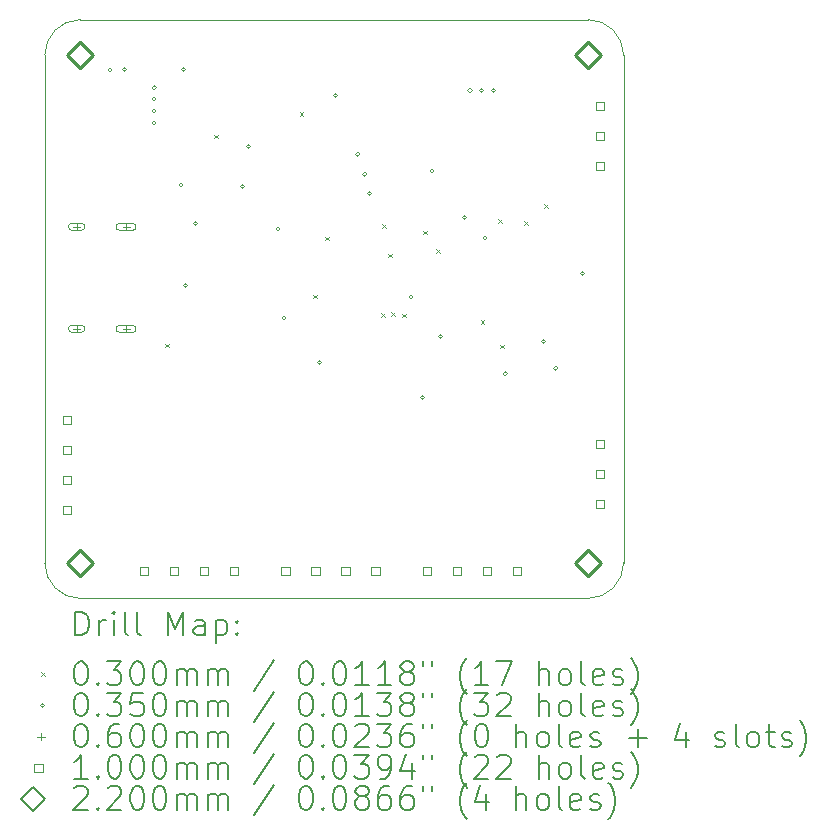
<source format=gbr>
%TF.GenerationSoftware,KiCad,Pcbnew,8.0.5*%
%TF.CreationDate,2024-09-30T22:06:05+02:00*%
%TF.ProjectId,GLITCHING_FMAW,474c4954-4348-4494-9e47-5f464d41572e,rev?*%
%TF.SameCoordinates,Original*%
%TF.FileFunction,Drillmap*%
%TF.FilePolarity,Positive*%
%FSLAX45Y45*%
G04 Gerber Fmt 4.5, Leading zero omitted, Abs format (unit mm)*
G04 Created by KiCad (PCBNEW 8.0.5) date 2024-09-30 22:06:05*
%MOMM*%
%LPD*%
G01*
G04 APERTURE LIST*
%ADD10C,0.050000*%
%ADD11C,0.200000*%
%ADD12C,0.100000*%
%ADD13C,0.220000*%
G04 APERTURE END LIST*
D10*
X7900000Y-7000000D02*
G75*
G02*
X7600000Y-7300000I-300000J0D01*
G01*
X7600000Y-2400000D02*
G75*
G02*
X7900000Y-2700000I0J-300000D01*
G01*
X3000000Y-7000000D02*
X3000000Y-2700000D01*
X3000000Y-2700000D02*
G75*
G02*
X3300000Y-2400000I300000J0D01*
G01*
X3300000Y-7300000D02*
G75*
G02*
X3000000Y-7000000I0J300000D01*
G01*
X7600000Y-7300000D02*
X3300000Y-7300000D01*
X3300000Y-2400000D02*
X7600000Y-2400000D01*
X7900000Y-2700000D02*
X7900000Y-7000000D01*
D11*
D12*
X4018750Y-5143750D02*
X4048750Y-5173750D01*
X4048750Y-5143750D02*
X4018750Y-5173750D01*
X4432500Y-3374500D02*
X4462500Y-3404500D01*
X4462500Y-3374500D02*
X4432500Y-3404500D01*
X5160000Y-3185000D02*
X5190000Y-3215000D01*
X5190000Y-3185000D02*
X5160000Y-3215000D01*
X5272500Y-4731000D02*
X5302500Y-4761000D01*
X5302500Y-4731000D02*
X5272500Y-4761000D01*
X5372500Y-4237500D02*
X5402500Y-4267500D01*
X5402500Y-4237500D02*
X5372500Y-4267500D01*
X5848060Y-4884303D02*
X5878060Y-4914303D01*
X5878060Y-4884303D02*
X5848060Y-4914303D01*
X5857500Y-4132500D02*
X5887500Y-4162500D01*
X5887500Y-4132500D02*
X5857500Y-4162500D01*
X5907822Y-4381000D02*
X5937822Y-4411000D01*
X5937822Y-4381000D02*
X5907822Y-4411000D01*
X5935000Y-4875000D02*
X5965000Y-4905000D01*
X5965000Y-4875000D02*
X5935000Y-4905000D01*
X6027440Y-4890940D02*
X6057440Y-4920940D01*
X6057440Y-4890940D02*
X6027440Y-4920940D01*
X6205625Y-4185625D02*
X6235625Y-4215625D01*
X6235625Y-4185625D02*
X6205625Y-4215625D01*
X6315000Y-4345000D02*
X6345000Y-4375000D01*
X6345000Y-4345000D02*
X6315000Y-4375000D01*
X6692000Y-4943000D02*
X6722000Y-4973000D01*
X6722000Y-4943000D02*
X6692000Y-4973000D01*
X6840000Y-4090000D02*
X6870000Y-4120000D01*
X6870000Y-4090000D02*
X6840000Y-4120000D01*
X6855000Y-5152500D02*
X6885000Y-5182500D01*
X6885000Y-5152500D02*
X6855000Y-5182500D01*
X7060000Y-4105000D02*
X7090000Y-4135000D01*
X7090000Y-4105000D02*
X7060000Y-4135000D01*
X7230000Y-3962500D02*
X7260000Y-3992500D01*
X7260000Y-3962500D02*
X7230000Y-3992500D01*
X3567500Y-2825000D02*
G75*
G02*
X3532500Y-2825000I-17500J0D01*
G01*
X3532500Y-2825000D02*
G75*
G02*
X3567500Y-2825000I17500J0D01*
G01*
X3692500Y-2825000D02*
G75*
G02*
X3657500Y-2825000I-17500J0D01*
G01*
X3657500Y-2825000D02*
G75*
G02*
X3692500Y-2825000I17500J0D01*
G01*
X3942500Y-2975000D02*
G75*
G02*
X3907500Y-2975000I-17500J0D01*
G01*
X3907500Y-2975000D02*
G75*
G02*
X3942500Y-2975000I17500J0D01*
G01*
X3942500Y-3175000D02*
G75*
G02*
X3907500Y-3175000I-17500J0D01*
G01*
X3907500Y-3175000D02*
G75*
G02*
X3942500Y-3175000I17500J0D01*
G01*
X3942500Y-3275000D02*
G75*
G02*
X3907500Y-3275000I-17500J0D01*
G01*
X3907500Y-3275000D02*
G75*
G02*
X3942500Y-3275000I17500J0D01*
G01*
X3943047Y-3074229D02*
G75*
G02*
X3908047Y-3074229I-17500J0D01*
G01*
X3908047Y-3074229D02*
G75*
G02*
X3943047Y-3074229I17500J0D01*
G01*
X4167500Y-3800000D02*
G75*
G02*
X4132500Y-3800000I-17500J0D01*
G01*
X4132500Y-3800000D02*
G75*
G02*
X4167500Y-3800000I17500J0D01*
G01*
X4192500Y-2825000D02*
G75*
G02*
X4157500Y-2825000I-17500J0D01*
G01*
X4157500Y-2825000D02*
G75*
G02*
X4192500Y-2825000I17500J0D01*
G01*
X4207500Y-4650000D02*
G75*
G02*
X4172500Y-4650000I-17500J0D01*
G01*
X4172500Y-4650000D02*
G75*
G02*
X4207500Y-4650000I17500J0D01*
G01*
X4292500Y-4125000D02*
G75*
G02*
X4257500Y-4125000I-17500J0D01*
G01*
X4257500Y-4125000D02*
G75*
G02*
X4292500Y-4125000I17500J0D01*
G01*
X4689100Y-3812281D02*
G75*
G02*
X4654100Y-3812281I-17500J0D01*
G01*
X4654100Y-3812281D02*
G75*
G02*
X4689100Y-3812281I17500J0D01*
G01*
X4742500Y-3475000D02*
G75*
G02*
X4707500Y-3475000I-17500J0D01*
G01*
X4707500Y-3475000D02*
G75*
G02*
X4742500Y-3475000I17500J0D01*
G01*
X4992500Y-4175000D02*
G75*
G02*
X4957500Y-4175000I-17500J0D01*
G01*
X4957500Y-4175000D02*
G75*
G02*
X4992500Y-4175000I17500J0D01*
G01*
X5042500Y-4925000D02*
G75*
G02*
X5007500Y-4925000I-17500J0D01*
G01*
X5007500Y-4925000D02*
G75*
G02*
X5042500Y-4925000I17500J0D01*
G01*
X5342500Y-5300000D02*
G75*
G02*
X5307500Y-5300000I-17500J0D01*
G01*
X5307500Y-5300000D02*
G75*
G02*
X5342500Y-5300000I17500J0D01*
G01*
X5477500Y-3040000D02*
G75*
G02*
X5442500Y-3040000I-17500J0D01*
G01*
X5442500Y-3040000D02*
G75*
G02*
X5477500Y-3040000I17500J0D01*
G01*
X5667500Y-3540000D02*
G75*
G02*
X5632500Y-3540000I-17500J0D01*
G01*
X5632500Y-3540000D02*
G75*
G02*
X5667500Y-3540000I17500J0D01*
G01*
X5727500Y-3710000D02*
G75*
G02*
X5692500Y-3710000I-17500J0D01*
G01*
X5692500Y-3710000D02*
G75*
G02*
X5727500Y-3710000I17500J0D01*
G01*
X5767500Y-3870000D02*
G75*
G02*
X5732500Y-3870000I-17500J0D01*
G01*
X5732500Y-3870000D02*
G75*
G02*
X5767500Y-3870000I17500J0D01*
G01*
X6117500Y-4750000D02*
G75*
G02*
X6082500Y-4750000I-17500J0D01*
G01*
X6082500Y-4750000D02*
G75*
G02*
X6117500Y-4750000I17500J0D01*
G01*
X6217500Y-5600000D02*
G75*
G02*
X6182500Y-5600000I-17500J0D01*
G01*
X6182500Y-5600000D02*
G75*
G02*
X6217500Y-5600000I17500J0D01*
G01*
X6297500Y-3680000D02*
G75*
G02*
X6262500Y-3680000I-17500J0D01*
G01*
X6262500Y-3680000D02*
G75*
G02*
X6297500Y-3680000I17500J0D01*
G01*
X6367500Y-5080000D02*
G75*
G02*
X6332500Y-5080000I-17500J0D01*
G01*
X6332500Y-5080000D02*
G75*
G02*
X6367500Y-5080000I17500J0D01*
G01*
X6567500Y-4075000D02*
G75*
G02*
X6532500Y-4075000I-17500J0D01*
G01*
X6532500Y-4075000D02*
G75*
G02*
X6567500Y-4075000I17500J0D01*
G01*
X6617500Y-3000000D02*
G75*
G02*
X6582500Y-3000000I-17500J0D01*
G01*
X6582500Y-3000000D02*
G75*
G02*
X6617500Y-3000000I17500J0D01*
G01*
X6717500Y-3000000D02*
G75*
G02*
X6682500Y-3000000I-17500J0D01*
G01*
X6682500Y-3000000D02*
G75*
G02*
X6717500Y-3000000I17500J0D01*
G01*
X6742500Y-4250000D02*
G75*
G02*
X6707500Y-4250000I-17500J0D01*
G01*
X6707500Y-4250000D02*
G75*
G02*
X6742500Y-4250000I17500J0D01*
G01*
X6817500Y-3000000D02*
G75*
G02*
X6782500Y-3000000I-17500J0D01*
G01*
X6782500Y-3000000D02*
G75*
G02*
X6817500Y-3000000I17500J0D01*
G01*
X6917500Y-5400000D02*
G75*
G02*
X6882500Y-5400000I-17500J0D01*
G01*
X6882500Y-5400000D02*
G75*
G02*
X6917500Y-5400000I17500J0D01*
G01*
X7242500Y-5125000D02*
G75*
G02*
X7207500Y-5125000I-17500J0D01*
G01*
X7207500Y-5125000D02*
G75*
G02*
X7242500Y-5125000I17500J0D01*
G01*
X7342500Y-5350000D02*
G75*
G02*
X7307500Y-5350000I-17500J0D01*
G01*
X7307500Y-5350000D02*
G75*
G02*
X7342500Y-5350000I17500J0D01*
G01*
X7567500Y-4550000D02*
G75*
G02*
X7532500Y-4550000I-17500J0D01*
G01*
X7532500Y-4550000D02*
G75*
G02*
X7567500Y-4550000I17500J0D01*
G01*
X3270000Y-4124000D02*
X3270000Y-4184000D01*
X3240000Y-4154000D02*
X3300000Y-4154000D01*
X3310000Y-4124000D02*
X3230000Y-4124000D01*
X3230000Y-4184000D02*
G75*
G02*
X3230000Y-4124000I0J30000D01*
G01*
X3230000Y-4184000D02*
X3310000Y-4184000D01*
X3310000Y-4184000D02*
G75*
G03*
X3310000Y-4124000I0J30000D01*
G01*
X3270000Y-4988000D02*
X3270000Y-5048000D01*
X3240000Y-5018000D02*
X3300000Y-5018000D01*
X3310000Y-4988000D02*
X3230000Y-4988000D01*
X3230000Y-5048000D02*
G75*
G02*
X3230000Y-4988000I0J30000D01*
G01*
X3230000Y-5048000D02*
X3310000Y-5048000D01*
X3310000Y-5048000D02*
G75*
G03*
X3310000Y-4988000I0J30000D01*
G01*
X3688000Y-4124000D02*
X3688000Y-4184000D01*
X3658000Y-4154000D02*
X3718000Y-4154000D01*
X3743000Y-4124000D02*
X3633000Y-4124000D01*
X3633000Y-4184000D02*
G75*
G02*
X3633000Y-4124000I0J30000D01*
G01*
X3633000Y-4184000D02*
X3743000Y-4184000D01*
X3743000Y-4184000D02*
G75*
G03*
X3743000Y-4124000I0J30000D01*
G01*
X3688000Y-4988000D02*
X3688000Y-5048000D01*
X3658000Y-5018000D02*
X3718000Y-5018000D01*
X3743000Y-4988000D02*
X3633000Y-4988000D01*
X3633000Y-5048000D02*
G75*
G02*
X3633000Y-4988000I0J30000D01*
G01*
X3633000Y-5048000D02*
X3743000Y-5048000D01*
X3743000Y-5048000D02*
G75*
G03*
X3743000Y-4988000I0J30000D01*
G01*
X3225356Y-5827356D02*
X3225356Y-5756644D01*
X3154644Y-5756644D01*
X3154644Y-5827356D01*
X3225356Y-5827356D01*
X3225356Y-6081356D02*
X3225356Y-6010644D01*
X3154644Y-6010644D01*
X3154644Y-6081356D01*
X3225356Y-6081356D01*
X3225356Y-6335356D02*
X3225356Y-6264644D01*
X3154644Y-6264644D01*
X3154644Y-6335356D01*
X3225356Y-6335356D01*
X3225356Y-6589356D02*
X3225356Y-6518644D01*
X3154644Y-6518644D01*
X3154644Y-6589356D01*
X3225356Y-6589356D01*
X3873356Y-7105356D02*
X3873356Y-7034644D01*
X3802644Y-7034644D01*
X3802644Y-7105356D01*
X3873356Y-7105356D01*
X4127356Y-7105356D02*
X4127356Y-7034644D01*
X4056644Y-7034644D01*
X4056644Y-7105356D01*
X4127356Y-7105356D01*
X4381356Y-7105356D02*
X4381356Y-7034644D01*
X4310644Y-7034644D01*
X4310644Y-7105356D01*
X4381356Y-7105356D01*
X4635356Y-7105356D02*
X4635356Y-7034644D01*
X4564644Y-7034644D01*
X4564644Y-7105356D01*
X4635356Y-7105356D01*
X5073356Y-7105356D02*
X5073356Y-7034644D01*
X5002644Y-7034644D01*
X5002644Y-7105356D01*
X5073356Y-7105356D01*
X5327356Y-7105356D02*
X5327356Y-7034644D01*
X5256644Y-7034644D01*
X5256644Y-7105356D01*
X5327356Y-7105356D01*
X5581356Y-7105356D02*
X5581356Y-7034644D01*
X5510644Y-7034644D01*
X5510644Y-7105356D01*
X5581356Y-7105356D01*
X5835356Y-7105356D02*
X5835356Y-7034644D01*
X5764644Y-7034644D01*
X5764644Y-7105356D01*
X5835356Y-7105356D01*
X6273356Y-7105356D02*
X6273356Y-7034644D01*
X6202644Y-7034644D01*
X6202644Y-7105356D01*
X6273356Y-7105356D01*
X6527356Y-7105356D02*
X6527356Y-7034644D01*
X6456644Y-7034644D01*
X6456644Y-7105356D01*
X6527356Y-7105356D01*
X6781356Y-7105356D02*
X6781356Y-7034644D01*
X6710644Y-7034644D01*
X6710644Y-7105356D01*
X6781356Y-7105356D01*
X7035356Y-7105356D02*
X7035356Y-7034644D01*
X6964644Y-7034644D01*
X6964644Y-7105356D01*
X7035356Y-7105356D01*
X7735356Y-3167356D02*
X7735356Y-3096644D01*
X7664644Y-3096644D01*
X7664644Y-3167356D01*
X7735356Y-3167356D01*
X7735356Y-3421356D02*
X7735356Y-3350644D01*
X7664644Y-3350644D01*
X7664644Y-3421356D01*
X7735356Y-3421356D01*
X7735356Y-3675356D02*
X7735356Y-3604644D01*
X7664644Y-3604644D01*
X7664644Y-3675356D01*
X7735356Y-3675356D01*
X7735356Y-6027356D02*
X7735356Y-5956644D01*
X7664644Y-5956644D01*
X7664644Y-6027356D01*
X7735356Y-6027356D01*
X7735356Y-6281356D02*
X7735356Y-6210644D01*
X7664644Y-6210644D01*
X7664644Y-6281356D01*
X7735356Y-6281356D01*
X7735356Y-6535356D02*
X7735356Y-6464644D01*
X7664644Y-6464644D01*
X7664644Y-6535356D01*
X7735356Y-6535356D01*
D13*
X3300000Y-2810000D02*
X3410000Y-2700000D01*
X3300000Y-2590000D01*
X3190000Y-2700000D01*
X3300000Y-2810000D01*
X3300000Y-7110000D02*
X3410000Y-7000000D01*
X3300000Y-6890000D01*
X3190000Y-7000000D01*
X3300000Y-7110000D01*
X7600000Y-2810000D02*
X7710000Y-2700000D01*
X7600000Y-2590000D01*
X7490000Y-2700000D01*
X7600000Y-2810000D01*
X7600000Y-7110000D02*
X7710000Y-7000000D01*
X7600000Y-6890000D01*
X7490000Y-7000000D01*
X7600000Y-7110000D01*
D11*
X3258277Y-7613984D02*
X3258277Y-7413984D01*
X3258277Y-7413984D02*
X3305896Y-7413984D01*
X3305896Y-7413984D02*
X3334467Y-7423508D01*
X3334467Y-7423508D02*
X3353515Y-7442555D01*
X3353515Y-7442555D02*
X3363039Y-7461603D01*
X3363039Y-7461603D02*
X3372562Y-7499698D01*
X3372562Y-7499698D02*
X3372562Y-7528269D01*
X3372562Y-7528269D02*
X3363039Y-7566365D01*
X3363039Y-7566365D02*
X3353515Y-7585412D01*
X3353515Y-7585412D02*
X3334467Y-7604460D01*
X3334467Y-7604460D02*
X3305896Y-7613984D01*
X3305896Y-7613984D02*
X3258277Y-7613984D01*
X3458277Y-7613984D02*
X3458277Y-7480650D01*
X3458277Y-7518746D02*
X3467801Y-7499698D01*
X3467801Y-7499698D02*
X3477324Y-7490174D01*
X3477324Y-7490174D02*
X3496372Y-7480650D01*
X3496372Y-7480650D02*
X3515420Y-7480650D01*
X3582086Y-7613984D02*
X3582086Y-7480650D01*
X3582086Y-7413984D02*
X3572562Y-7423508D01*
X3572562Y-7423508D02*
X3582086Y-7433031D01*
X3582086Y-7433031D02*
X3591610Y-7423508D01*
X3591610Y-7423508D02*
X3582086Y-7413984D01*
X3582086Y-7413984D02*
X3582086Y-7433031D01*
X3705896Y-7613984D02*
X3686848Y-7604460D01*
X3686848Y-7604460D02*
X3677324Y-7585412D01*
X3677324Y-7585412D02*
X3677324Y-7413984D01*
X3810658Y-7613984D02*
X3791610Y-7604460D01*
X3791610Y-7604460D02*
X3782086Y-7585412D01*
X3782086Y-7585412D02*
X3782086Y-7413984D01*
X4039229Y-7613984D02*
X4039229Y-7413984D01*
X4039229Y-7413984D02*
X4105896Y-7556841D01*
X4105896Y-7556841D02*
X4172562Y-7413984D01*
X4172562Y-7413984D02*
X4172562Y-7613984D01*
X4353515Y-7613984D02*
X4353515Y-7509222D01*
X4353515Y-7509222D02*
X4343991Y-7490174D01*
X4343991Y-7490174D02*
X4324944Y-7480650D01*
X4324944Y-7480650D02*
X4286848Y-7480650D01*
X4286848Y-7480650D02*
X4267801Y-7490174D01*
X4353515Y-7604460D02*
X4334467Y-7613984D01*
X4334467Y-7613984D02*
X4286848Y-7613984D01*
X4286848Y-7613984D02*
X4267801Y-7604460D01*
X4267801Y-7604460D02*
X4258277Y-7585412D01*
X4258277Y-7585412D02*
X4258277Y-7566365D01*
X4258277Y-7566365D02*
X4267801Y-7547317D01*
X4267801Y-7547317D02*
X4286848Y-7537793D01*
X4286848Y-7537793D02*
X4334467Y-7537793D01*
X4334467Y-7537793D02*
X4353515Y-7528269D01*
X4448753Y-7480650D02*
X4448753Y-7680650D01*
X4448753Y-7490174D02*
X4467801Y-7480650D01*
X4467801Y-7480650D02*
X4505896Y-7480650D01*
X4505896Y-7480650D02*
X4524944Y-7490174D01*
X4524944Y-7490174D02*
X4534467Y-7499698D01*
X4534467Y-7499698D02*
X4543991Y-7518746D01*
X4543991Y-7518746D02*
X4543991Y-7575888D01*
X4543991Y-7575888D02*
X4534467Y-7594936D01*
X4534467Y-7594936D02*
X4524944Y-7604460D01*
X4524944Y-7604460D02*
X4505896Y-7613984D01*
X4505896Y-7613984D02*
X4467801Y-7613984D01*
X4467801Y-7613984D02*
X4448753Y-7604460D01*
X4629705Y-7594936D02*
X4639229Y-7604460D01*
X4639229Y-7604460D02*
X4629705Y-7613984D01*
X4629705Y-7613984D02*
X4620182Y-7604460D01*
X4620182Y-7604460D02*
X4629705Y-7594936D01*
X4629705Y-7594936D02*
X4629705Y-7613984D01*
X4629705Y-7490174D02*
X4639229Y-7499698D01*
X4639229Y-7499698D02*
X4629705Y-7509222D01*
X4629705Y-7509222D02*
X4620182Y-7499698D01*
X4620182Y-7499698D02*
X4629705Y-7490174D01*
X4629705Y-7490174D02*
X4629705Y-7509222D01*
D12*
X2967500Y-7927500D02*
X2997500Y-7957500D01*
X2997500Y-7927500D02*
X2967500Y-7957500D01*
D11*
X3296372Y-7833984D02*
X3315420Y-7833984D01*
X3315420Y-7833984D02*
X3334467Y-7843508D01*
X3334467Y-7843508D02*
X3343991Y-7853031D01*
X3343991Y-7853031D02*
X3353515Y-7872079D01*
X3353515Y-7872079D02*
X3363039Y-7910174D01*
X3363039Y-7910174D02*
X3363039Y-7957793D01*
X3363039Y-7957793D02*
X3353515Y-7995888D01*
X3353515Y-7995888D02*
X3343991Y-8014936D01*
X3343991Y-8014936D02*
X3334467Y-8024460D01*
X3334467Y-8024460D02*
X3315420Y-8033984D01*
X3315420Y-8033984D02*
X3296372Y-8033984D01*
X3296372Y-8033984D02*
X3277324Y-8024460D01*
X3277324Y-8024460D02*
X3267801Y-8014936D01*
X3267801Y-8014936D02*
X3258277Y-7995888D01*
X3258277Y-7995888D02*
X3248753Y-7957793D01*
X3248753Y-7957793D02*
X3248753Y-7910174D01*
X3248753Y-7910174D02*
X3258277Y-7872079D01*
X3258277Y-7872079D02*
X3267801Y-7853031D01*
X3267801Y-7853031D02*
X3277324Y-7843508D01*
X3277324Y-7843508D02*
X3296372Y-7833984D01*
X3448753Y-8014936D02*
X3458277Y-8024460D01*
X3458277Y-8024460D02*
X3448753Y-8033984D01*
X3448753Y-8033984D02*
X3439229Y-8024460D01*
X3439229Y-8024460D02*
X3448753Y-8014936D01*
X3448753Y-8014936D02*
X3448753Y-8033984D01*
X3524943Y-7833984D02*
X3648753Y-7833984D01*
X3648753Y-7833984D02*
X3582086Y-7910174D01*
X3582086Y-7910174D02*
X3610658Y-7910174D01*
X3610658Y-7910174D02*
X3629705Y-7919698D01*
X3629705Y-7919698D02*
X3639229Y-7929222D01*
X3639229Y-7929222D02*
X3648753Y-7948269D01*
X3648753Y-7948269D02*
X3648753Y-7995888D01*
X3648753Y-7995888D02*
X3639229Y-8014936D01*
X3639229Y-8014936D02*
X3629705Y-8024460D01*
X3629705Y-8024460D02*
X3610658Y-8033984D01*
X3610658Y-8033984D02*
X3553515Y-8033984D01*
X3553515Y-8033984D02*
X3534467Y-8024460D01*
X3534467Y-8024460D02*
X3524943Y-8014936D01*
X3772562Y-7833984D02*
X3791610Y-7833984D01*
X3791610Y-7833984D02*
X3810658Y-7843508D01*
X3810658Y-7843508D02*
X3820182Y-7853031D01*
X3820182Y-7853031D02*
X3829705Y-7872079D01*
X3829705Y-7872079D02*
X3839229Y-7910174D01*
X3839229Y-7910174D02*
X3839229Y-7957793D01*
X3839229Y-7957793D02*
X3829705Y-7995888D01*
X3829705Y-7995888D02*
X3820182Y-8014936D01*
X3820182Y-8014936D02*
X3810658Y-8024460D01*
X3810658Y-8024460D02*
X3791610Y-8033984D01*
X3791610Y-8033984D02*
X3772562Y-8033984D01*
X3772562Y-8033984D02*
X3753515Y-8024460D01*
X3753515Y-8024460D02*
X3743991Y-8014936D01*
X3743991Y-8014936D02*
X3734467Y-7995888D01*
X3734467Y-7995888D02*
X3724943Y-7957793D01*
X3724943Y-7957793D02*
X3724943Y-7910174D01*
X3724943Y-7910174D02*
X3734467Y-7872079D01*
X3734467Y-7872079D02*
X3743991Y-7853031D01*
X3743991Y-7853031D02*
X3753515Y-7843508D01*
X3753515Y-7843508D02*
X3772562Y-7833984D01*
X3963039Y-7833984D02*
X3982086Y-7833984D01*
X3982086Y-7833984D02*
X4001134Y-7843508D01*
X4001134Y-7843508D02*
X4010658Y-7853031D01*
X4010658Y-7853031D02*
X4020182Y-7872079D01*
X4020182Y-7872079D02*
X4029705Y-7910174D01*
X4029705Y-7910174D02*
X4029705Y-7957793D01*
X4029705Y-7957793D02*
X4020182Y-7995888D01*
X4020182Y-7995888D02*
X4010658Y-8014936D01*
X4010658Y-8014936D02*
X4001134Y-8024460D01*
X4001134Y-8024460D02*
X3982086Y-8033984D01*
X3982086Y-8033984D02*
X3963039Y-8033984D01*
X3963039Y-8033984D02*
X3943991Y-8024460D01*
X3943991Y-8024460D02*
X3934467Y-8014936D01*
X3934467Y-8014936D02*
X3924943Y-7995888D01*
X3924943Y-7995888D02*
X3915420Y-7957793D01*
X3915420Y-7957793D02*
X3915420Y-7910174D01*
X3915420Y-7910174D02*
X3924943Y-7872079D01*
X3924943Y-7872079D02*
X3934467Y-7853031D01*
X3934467Y-7853031D02*
X3943991Y-7843508D01*
X3943991Y-7843508D02*
X3963039Y-7833984D01*
X4115420Y-8033984D02*
X4115420Y-7900650D01*
X4115420Y-7919698D02*
X4124943Y-7910174D01*
X4124943Y-7910174D02*
X4143991Y-7900650D01*
X4143991Y-7900650D02*
X4172563Y-7900650D01*
X4172563Y-7900650D02*
X4191610Y-7910174D01*
X4191610Y-7910174D02*
X4201134Y-7929222D01*
X4201134Y-7929222D02*
X4201134Y-8033984D01*
X4201134Y-7929222D02*
X4210658Y-7910174D01*
X4210658Y-7910174D02*
X4229705Y-7900650D01*
X4229705Y-7900650D02*
X4258277Y-7900650D01*
X4258277Y-7900650D02*
X4277325Y-7910174D01*
X4277325Y-7910174D02*
X4286848Y-7929222D01*
X4286848Y-7929222D02*
X4286848Y-8033984D01*
X4382086Y-8033984D02*
X4382086Y-7900650D01*
X4382086Y-7919698D02*
X4391610Y-7910174D01*
X4391610Y-7910174D02*
X4410658Y-7900650D01*
X4410658Y-7900650D02*
X4439229Y-7900650D01*
X4439229Y-7900650D02*
X4458277Y-7910174D01*
X4458277Y-7910174D02*
X4467801Y-7929222D01*
X4467801Y-7929222D02*
X4467801Y-8033984D01*
X4467801Y-7929222D02*
X4477325Y-7910174D01*
X4477325Y-7910174D02*
X4496372Y-7900650D01*
X4496372Y-7900650D02*
X4524944Y-7900650D01*
X4524944Y-7900650D02*
X4543991Y-7910174D01*
X4543991Y-7910174D02*
X4553515Y-7929222D01*
X4553515Y-7929222D02*
X4553515Y-8033984D01*
X4943991Y-7824460D02*
X4772563Y-8081603D01*
X5201134Y-7833984D02*
X5220182Y-7833984D01*
X5220182Y-7833984D02*
X5239229Y-7843508D01*
X5239229Y-7843508D02*
X5248753Y-7853031D01*
X5248753Y-7853031D02*
X5258277Y-7872079D01*
X5258277Y-7872079D02*
X5267801Y-7910174D01*
X5267801Y-7910174D02*
X5267801Y-7957793D01*
X5267801Y-7957793D02*
X5258277Y-7995888D01*
X5258277Y-7995888D02*
X5248753Y-8014936D01*
X5248753Y-8014936D02*
X5239229Y-8024460D01*
X5239229Y-8024460D02*
X5220182Y-8033984D01*
X5220182Y-8033984D02*
X5201134Y-8033984D01*
X5201134Y-8033984D02*
X5182087Y-8024460D01*
X5182087Y-8024460D02*
X5172563Y-8014936D01*
X5172563Y-8014936D02*
X5163039Y-7995888D01*
X5163039Y-7995888D02*
X5153515Y-7957793D01*
X5153515Y-7957793D02*
X5153515Y-7910174D01*
X5153515Y-7910174D02*
X5163039Y-7872079D01*
X5163039Y-7872079D02*
X5172563Y-7853031D01*
X5172563Y-7853031D02*
X5182087Y-7843508D01*
X5182087Y-7843508D02*
X5201134Y-7833984D01*
X5353515Y-8014936D02*
X5363039Y-8024460D01*
X5363039Y-8024460D02*
X5353515Y-8033984D01*
X5353515Y-8033984D02*
X5343991Y-8024460D01*
X5343991Y-8024460D02*
X5353515Y-8014936D01*
X5353515Y-8014936D02*
X5353515Y-8033984D01*
X5486848Y-7833984D02*
X5505896Y-7833984D01*
X5505896Y-7833984D02*
X5524944Y-7843508D01*
X5524944Y-7843508D02*
X5534468Y-7853031D01*
X5534468Y-7853031D02*
X5543991Y-7872079D01*
X5543991Y-7872079D02*
X5553515Y-7910174D01*
X5553515Y-7910174D02*
X5553515Y-7957793D01*
X5553515Y-7957793D02*
X5543991Y-7995888D01*
X5543991Y-7995888D02*
X5534468Y-8014936D01*
X5534468Y-8014936D02*
X5524944Y-8024460D01*
X5524944Y-8024460D02*
X5505896Y-8033984D01*
X5505896Y-8033984D02*
X5486848Y-8033984D01*
X5486848Y-8033984D02*
X5467801Y-8024460D01*
X5467801Y-8024460D02*
X5458277Y-8014936D01*
X5458277Y-8014936D02*
X5448753Y-7995888D01*
X5448753Y-7995888D02*
X5439229Y-7957793D01*
X5439229Y-7957793D02*
X5439229Y-7910174D01*
X5439229Y-7910174D02*
X5448753Y-7872079D01*
X5448753Y-7872079D02*
X5458277Y-7853031D01*
X5458277Y-7853031D02*
X5467801Y-7843508D01*
X5467801Y-7843508D02*
X5486848Y-7833984D01*
X5743991Y-8033984D02*
X5629706Y-8033984D01*
X5686848Y-8033984D02*
X5686848Y-7833984D01*
X5686848Y-7833984D02*
X5667801Y-7862555D01*
X5667801Y-7862555D02*
X5648753Y-7881603D01*
X5648753Y-7881603D02*
X5629706Y-7891127D01*
X5934467Y-8033984D02*
X5820182Y-8033984D01*
X5877325Y-8033984D02*
X5877325Y-7833984D01*
X5877325Y-7833984D02*
X5858277Y-7862555D01*
X5858277Y-7862555D02*
X5839229Y-7881603D01*
X5839229Y-7881603D02*
X5820182Y-7891127D01*
X6048753Y-7919698D02*
X6029706Y-7910174D01*
X6029706Y-7910174D02*
X6020182Y-7900650D01*
X6020182Y-7900650D02*
X6010658Y-7881603D01*
X6010658Y-7881603D02*
X6010658Y-7872079D01*
X6010658Y-7872079D02*
X6020182Y-7853031D01*
X6020182Y-7853031D02*
X6029706Y-7843508D01*
X6029706Y-7843508D02*
X6048753Y-7833984D01*
X6048753Y-7833984D02*
X6086848Y-7833984D01*
X6086848Y-7833984D02*
X6105896Y-7843508D01*
X6105896Y-7843508D02*
X6115420Y-7853031D01*
X6115420Y-7853031D02*
X6124944Y-7872079D01*
X6124944Y-7872079D02*
X6124944Y-7881603D01*
X6124944Y-7881603D02*
X6115420Y-7900650D01*
X6115420Y-7900650D02*
X6105896Y-7910174D01*
X6105896Y-7910174D02*
X6086848Y-7919698D01*
X6086848Y-7919698D02*
X6048753Y-7919698D01*
X6048753Y-7919698D02*
X6029706Y-7929222D01*
X6029706Y-7929222D02*
X6020182Y-7938746D01*
X6020182Y-7938746D02*
X6010658Y-7957793D01*
X6010658Y-7957793D02*
X6010658Y-7995888D01*
X6010658Y-7995888D02*
X6020182Y-8014936D01*
X6020182Y-8014936D02*
X6029706Y-8024460D01*
X6029706Y-8024460D02*
X6048753Y-8033984D01*
X6048753Y-8033984D02*
X6086848Y-8033984D01*
X6086848Y-8033984D02*
X6105896Y-8024460D01*
X6105896Y-8024460D02*
X6115420Y-8014936D01*
X6115420Y-8014936D02*
X6124944Y-7995888D01*
X6124944Y-7995888D02*
X6124944Y-7957793D01*
X6124944Y-7957793D02*
X6115420Y-7938746D01*
X6115420Y-7938746D02*
X6105896Y-7929222D01*
X6105896Y-7929222D02*
X6086848Y-7919698D01*
X6201134Y-7833984D02*
X6201134Y-7872079D01*
X6277325Y-7833984D02*
X6277325Y-7872079D01*
X6572563Y-8110174D02*
X6563039Y-8100650D01*
X6563039Y-8100650D02*
X6543991Y-8072079D01*
X6543991Y-8072079D02*
X6534468Y-8053031D01*
X6534468Y-8053031D02*
X6524944Y-8024460D01*
X6524944Y-8024460D02*
X6515420Y-7976841D01*
X6515420Y-7976841D02*
X6515420Y-7938746D01*
X6515420Y-7938746D02*
X6524944Y-7891127D01*
X6524944Y-7891127D02*
X6534468Y-7862555D01*
X6534468Y-7862555D02*
X6543991Y-7843508D01*
X6543991Y-7843508D02*
X6563039Y-7814936D01*
X6563039Y-7814936D02*
X6572563Y-7805412D01*
X6753515Y-8033984D02*
X6639229Y-8033984D01*
X6696372Y-8033984D02*
X6696372Y-7833984D01*
X6696372Y-7833984D02*
X6677325Y-7862555D01*
X6677325Y-7862555D02*
X6658277Y-7881603D01*
X6658277Y-7881603D02*
X6639229Y-7891127D01*
X6820182Y-7833984D02*
X6953515Y-7833984D01*
X6953515Y-7833984D02*
X6867801Y-8033984D01*
X7182087Y-8033984D02*
X7182087Y-7833984D01*
X7267801Y-8033984D02*
X7267801Y-7929222D01*
X7267801Y-7929222D02*
X7258277Y-7910174D01*
X7258277Y-7910174D02*
X7239230Y-7900650D01*
X7239230Y-7900650D02*
X7210658Y-7900650D01*
X7210658Y-7900650D02*
X7191610Y-7910174D01*
X7191610Y-7910174D02*
X7182087Y-7919698D01*
X7391610Y-8033984D02*
X7372563Y-8024460D01*
X7372563Y-8024460D02*
X7363039Y-8014936D01*
X7363039Y-8014936D02*
X7353515Y-7995888D01*
X7353515Y-7995888D02*
X7353515Y-7938746D01*
X7353515Y-7938746D02*
X7363039Y-7919698D01*
X7363039Y-7919698D02*
X7372563Y-7910174D01*
X7372563Y-7910174D02*
X7391610Y-7900650D01*
X7391610Y-7900650D02*
X7420182Y-7900650D01*
X7420182Y-7900650D02*
X7439230Y-7910174D01*
X7439230Y-7910174D02*
X7448753Y-7919698D01*
X7448753Y-7919698D02*
X7458277Y-7938746D01*
X7458277Y-7938746D02*
X7458277Y-7995888D01*
X7458277Y-7995888D02*
X7448753Y-8014936D01*
X7448753Y-8014936D02*
X7439230Y-8024460D01*
X7439230Y-8024460D02*
X7420182Y-8033984D01*
X7420182Y-8033984D02*
X7391610Y-8033984D01*
X7572563Y-8033984D02*
X7553515Y-8024460D01*
X7553515Y-8024460D02*
X7543991Y-8005412D01*
X7543991Y-8005412D02*
X7543991Y-7833984D01*
X7724944Y-8024460D02*
X7705896Y-8033984D01*
X7705896Y-8033984D02*
X7667801Y-8033984D01*
X7667801Y-8033984D02*
X7648753Y-8024460D01*
X7648753Y-8024460D02*
X7639230Y-8005412D01*
X7639230Y-8005412D02*
X7639230Y-7929222D01*
X7639230Y-7929222D02*
X7648753Y-7910174D01*
X7648753Y-7910174D02*
X7667801Y-7900650D01*
X7667801Y-7900650D02*
X7705896Y-7900650D01*
X7705896Y-7900650D02*
X7724944Y-7910174D01*
X7724944Y-7910174D02*
X7734468Y-7929222D01*
X7734468Y-7929222D02*
X7734468Y-7948269D01*
X7734468Y-7948269D02*
X7639230Y-7967317D01*
X7810658Y-8024460D02*
X7829706Y-8033984D01*
X7829706Y-8033984D02*
X7867801Y-8033984D01*
X7867801Y-8033984D02*
X7886849Y-8024460D01*
X7886849Y-8024460D02*
X7896372Y-8005412D01*
X7896372Y-8005412D02*
X7896372Y-7995888D01*
X7896372Y-7995888D02*
X7886849Y-7976841D01*
X7886849Y-7976841D02*
X7867801Y-7967317D01*
X7867801Y-7967317D02*
X7839230Y-7967317D01*
X7839230Y-7967317D02*
X7820182Y-7957793D01*
X7820182Y-7957793D02*
X7810658Y-7938746D01*
X7810658Y-7938746D02*
X7810658Y-7929222D01*
X7810658Y-7929222D02*
X7820182Y-7910174D01*
X7820182Y-7910174D02*
X7839230Y-7900650D01*
X7839230Y-7900650D02*
X7867801Y-7900650D01*
X7867801Y-7900650D02*
X7886849Y-7910174D01*
X7963039Y-8110174D02*
X7972563Y-8100650D01*
X7972563Y-8100650D02*
X7991611Y-8072079D01*
X7991611Y-8072079D02*
X8001134Y-8053031D01*
X8001134Y-8053031D02*
X8010658Y-8024460D01*
X8010658Y-8024460D02*
X8020182Y-7976841D01*
X8020182Y-7976841D02*
X8020182Y-7938746D01*
X8020182Y-7938746D02*
X8010658Y-7891127D01*
X8010658Y-7891127D02*
X8001134Y-7862555D01*
X8001134Y-7862555D02*
X7991611Y-7843508D01*
X7991611Y-7843508D02*
X7972563Y-7814936D01*
X7972563Y-7814936D02*
X7963039Y-7805412D01*
D12*
X2997500Y-8206500D02*
G75*
G02*
X2962500Y-8206500I-17500J0D01*
G01*
X2962500Y-8206500D02*
G75*
G02*
X2997500Y-8206500I17500J0D01*
G01*
D11*
X3296372Y-8097984D02*
X3315420Y-8097984D01*
X3315420Y-8097984D02*
X3334467Y-8107508D01*
X3334467Y-8107508D02*
X3343991Y-8117031D01*
X3343991Y-8117031D02*
X3353515Y-8136079D01*
X3353515Y-8136079D02*
X3363039Y-8174174D01*
X3363039Y-8174174D02*
X3363039Y-8221793D01*
X3363039Y-8221793D02*
X3353515Y-8259888D01*
X3353515Y-8259888D02*
X3343991Y-8278936D01*
X3343991Y-8278936D02*
X3334467Y-8288460D01*
X3334467Y-8288460D02*
X3315420Y-8297984D01*
X3315420Y-8297984D02*
X3296372Y-8297984D01*
X3296372Y-8297984D02*
X3277324Y-8288460D01*
X3277324Y-8288460D02*
X3267801Y-8278936D01*
X3267801Y-8278936D02*
X3258277Y-8259888D01*
X3258277Y-8259888D02*
X3248753Y-8221793D01*
X3248753Y-8221793D02*
X3248753Y-8174174D01*
X3248753Y-8174174D02*
X3258277Y-8136079D01*
X3258277Y-8136079D02*
X3267801Y-8117031D01*
X3267801Y-8117031D02*
X3277324Y-8107508D01*
X3277324Y-8107508D02*
X3296372Y-8097984D01*
X3448753Y-8278936D02*
X3458277Y-8288460D01*
X3458277Y-8288460D02*
X3448753Y-8297984D01*
X3448753Y-8297984D02*
X3439229Y-8288460D01*
X3439229Y-8288460D02*
X3448753Y-8278936D01*
X3448753Y-8278936D02*
X3448753Y-8297984D01*
X3524943Y-8097984D02*
X3648753Y-8097984D01*
X3648753Y-8097984D02*
X3582086Y-8174174D01*
X3582086Y-8174174D02*
X3610658Y-8174174D01*
X3610658Y-8174174D02*
X3629705Y-8183698D01*
X3629705Y-8183698D02*
X3639229Y-8193222D01*
X3639229Y-8193222D02*
X3648753Y-8212269D01*
X3648753Y-8212269D02*
X3648753Y-8259888D01*
X3648753Y-8259888D02*
X3639229Y-8278936D01*
X3639229Y-8278936D02*
X3629705Y-8288460D01*
X3629705Y-8288460D02*
X3610658Y-8297984D01*
X3610658Y-8297984D02*
X3553515Y-8297984D01*
X3553515Y-8297984D02*
X3534467Y-8288460D01*
X3534467Y-8288460D02*
X3524943Y-8278936D01*
X3829705Y-8097984D02*
X3734467Y-8097984D01*
X3734467Y-8097984D02*
X3724943Y-8193222D01*
X3724943Y-8193222D02*
X3734467Y-8183698D01*
X3734467Y-8183698D02*
X3753515Y-8174174D01*
X3753515Y-8174174D02*
X3801134Y-8174174D01*
X3801134Y-8174174D02*
X3820182Y-8183698D01*
X3820182Y-8183698D02*
X3829705Y-8193222D01*
X3829705Y-8193222D02*
X3839229Y-8212269D01*
X3839229Y-8212269D02*
X3839229Y-8259888D01*
X3839229Y-8259888D02*
X3829705Y-8278936D01*
X3829705Y-8278936D02*
X3820182Y-8288460D01*
X3820182Y-8288460D02*
X3801134Y-8297984D01*
X3801134Y-8297984D02*
X3753515Y-8297984D01*
X3753515Y-8297984D02*
X3734467Y-8288460D01*
X3734467Y-8288460D02*
X3724943Y-8278936D01*
X3963039Y-8097984D02*
X3982086Y-8097984D01*
X3982086Y-8097984D02*
X4001134Y-8107508D01*
X4001134Y-8107508D02*
X4010658Y-8117031D01*
X4010658Y-8117031D02*
X4020182Y-8136079D01*
X4020182Y-8136079D02*
X4029705Y-8174174D01*
X4029705Y-8174174D02*
X4029705Y-8221793D01*
X4029705Y-8221793D02*
X4020182Y-8259888D01*
X4020182Y-8259888D02*
X4010658Y-8278936D01*
X4010658Y-8278936D02*
X4001134Y-8288460D01*
X4001134Y-8288460D02*
X3982086Y-8297984D01*
X3982086Y-8297984D02*
X3963039Y-8297984D01*
X3963039Y-8297984D02*
X3943991Y-8288460D01*
X3943991Y-8288460D02*
X3934467Y-8278936D01*
X3934467Y-8278936D02*
X3924943Y-8259888D01*
X3924943Y-8259888D02*
X3915420Y-8221793D01*
X3915420Y-8221793D02*
X3915420Y-8174174D01*
X3915420Y-8174174D02*
X3924943Y-8136079D01*
X3924943Y-8136079D02*
X3934467Y-8117031D01*
X3934467Y-8117031D02*
X3943991Y-8107508D01*
X3943991Y-8107508D02*
X3963039Y-8097984D01*
X4115420Y-8297984D02*
X4115420Y-8164650D01*
X4115420Y-8183698D02*
X4124943Y-8174174D01*
X4124943Y-8174174D02*
X4143991Y-8164650D01*
X4143991Y-8164650D02*
X4172563Y-8164650D01*
X4172563Y-8164650D02*
X4191610Y-8174174D01*
X4191610Y-8174174D02*
X4201134Y-8193222D01*
X4201134Y-8193222D02*
X4201134Y-8297984D01*
X4201134Y-8193222D02*
X4210658Y-8174174D01*
X4210658Y-8174174D02*
X4229705Y-8164650D01*
X4229705Y-8164650D02*
X4258277Y-8164650D01*
X4258277Y-8164650D02*
X4277325Y-8174174D01*
X4277325Y-8174174D02*
X4286848Y-8193222D01*
X4286848Y-8193222D02*
X4286848Y-8297984D01*
X4382086Y-8297984D02*
X4382086Y-8164650D01*
X4382086Y-8183698D02*
X4391610Y-8174174D01*
X4391610Y-8174174D02*
X4410658Y-8164650D01*
X4410658Y-8164650D02*
X4439229Y-8164650D01*
X4439229Y-8164650D02*
X4458277Y-8174174D01*
X4458277Y-8174174D02*
X4467801Y-8193222D01*
X4467801Y-8193222D02*
X4467801Y-8297984D01*
X4467801Y-8193222D02*
X4477325Y-8174174D01*
X4477325Y-8174174D02*
X4496372Y-8164650D01*
X4496372Y-8164650D02*
X4524944Y-8164650D01*
X4524944Y-8164650D02*
X4543991Y-8174174D01*
X4543991Y-8174174D02*
X4553515Y-8193222D01*
X4553515Y-8193222D02*
X4553515Y-8297984D01*
X4943991Y-8088460D02*
X4772563Y-8345603D01*
X5201134Y-8097984D02*
X5220182Y-8097984D01*
X5220182Y-8097984D02*
X5239229Y-8107508D01*
X5239229Y-8107508D02*
X5248753Y-8117031D01*
X5248753Y-8117031D02*
X5258277Y-8136079D01*
X5258277Y-8136079D02*
X5267801Y-8174174D01*
X5267801Y-8174174D02*
X5267801Y-8221793D01*
X5267801Y-8221793D02*
X5258277Y-8259888D01*
X5258277Y-8259888D02*
X5248753Y-8278936D01*
X5248753Y-8278936D02*
X5239229Y-8288460D01*
X5239229Y-8288460D02*
X5220182Y-8297984D01*
X5220182Y-8297984D02*
X5201134Y-8297984D01*
X5201134Y-8297984D02*
X5182087Y-8288460D01*
X5182087Y-8288460D02*
X5172563Y-8278936D01*
X5172563Y-8278936D02*
X5163039Y-8259888D01*
X5163039Y-8259888D02*
X5153515Y-8221793D01*
X5153515Y-8221793D02*
X5153515Y-8174174D01*
X5153515Y-8174174D02*
X5163039Y-8136079D01*
X5163039Y-8136079D02*
X5172563Y-8117031D01*
X5172563Y-8117031D02*
X5182087Y-8107508D01*
X5182087Y-8107508D02*
X5201134Y-8097984D01*
X5353515Y-8278936D02*
X5363039Y-8288460D01*
X5363039Y-8288460D02*
X5353515Y-8297984D01*
X5353515Y-8297984D02*
X5343991Y-8288460D01*
X5343991Y-8288460D02*
X5353515Y-8278936D01*
X5353515Y-8278936D02*
X5353515Y-8297984D01*
X5486848Y-8097984D02*
X5505896Y-8097984D01*
X5505896Y-8097984D02*
X5524944Y-8107508D01*
X5524944Y-8107508D02*
X5534468Y-8117031D01*
X5534468Y-8117031D02*
X5543991Y-8136079D01*
X5543991Y-8136079D02*
X5553515Y-8174174D01*
X5553515Y-8174174D02*
X5553515Y-8221793D01*
X5553515Y-8221793D02*
X5543991Y-8259888D01*
X5543991Y-8259888D02*
X5534468Y-8278936D01*
X5534468Y-8278936D02*
X5524944Y-8288460D01*
X5524944Y-8288460D02*
X5505896Y-8297984D01*
X5505896Y-8297984D02*
X5486848Y-8297984D01*
X5486848Y-8297984D02*
X5467801Y-8288460D01*
X5467801Y-8288460D02*
X5458277Y-8278936D01*
X5458277Y-8278936D02*
X5448753Y-8259888D01*
X5448753Y-8259888D02*
X5439229Y-8221793D01*
X5439229Y-8221793D02*
X5439229Y-8174174D01*
X5439229Y-8174174D02*
X5448753Y-8136079D01*
X5448753Y-8136079D02*
X5458277Y-8117031D01*
X5458277Y-8117031D02*
X5467801Y-8107508D01*
X5467801Y-8107508D02*
X5486848Y-8097984D01*
X5743991Y-8297984D02*
X5629706Y-8297984D01*
X5686848Y-8297984D02*
X5686848Y-8097984D01*
X5686848Y-8097984D02*
X5667801Y-8126555D01*
X5667801Y-8126555D02*
X5648753Y-8145603D01*
X5648753Y-8145603D02*
X5629706Y-8155127D01*
X5810658Y-8097984D02*
X5934467Y-8097984D01*
X5934467Y-8097984D02*
X5867801Y-8174174D01*
X5867801Y-8174174D02*
X5896372Y-8174174D01*
X5896372Y-8174174D02*
X5915420Y-8183698D01*
X5915420Y-8183698D02*
X5924944Y-8193222D01*
X5924944Y-8193222D02*
X5934467Y-8212269D01*
X5934467Y-8212269D02*
X5934467Y-8259888D01*
X5934467Y-8259888D02*
X5924944Y-8278936D01*
X5924944Y-8278936D02*
X5915420Y-8288460D01*
X5915420Y-8288460D02*
X5896372Y-8297984D01*
X5896372Y-8297984D02*
X5839229Y-8297984D01*
X5839229Y-8297984D02*
X5820182Y-8288460D01*
X5820182Y-8288460D02*
X5810658Y-8278936D01*
X6048753Y-8183698D02*
X6029706Y-8174174D01*
X6029706Y-8174174D02*
X6020182Y-8164650D01*
X6020182Y-8164650D02*
X6010658Y-8145603D01*
X6010658Y-8145603D02*
X6010658Y-8136079D01*
X6010658Y-8136079D02*
X6020182Y-8117031D01*
X6020182Y-8117031D02*
X6029706Y-8107508D01*
X6029706Y-8107508D02*
X6048753Y-8097984D01*
X6048753Y-8097984D02*
X6086848Y-8097984D01*
X6086848Y-8097984D02*
X6105896Y-8107508D01*
X6105896Y-8107508D02*
X6115420Y-8117031D01*
X6115420Y-8117031D02*
X6124944Y-8136079D01*
X6124944Y-8136079D02*
X6124944Y-8145603D01*
X6124944Y-8145603D02*
X6115420Y-8164650D01*
X6115420Y-8164650D02*
X6105896Y-8174174D01*
X6105896Y-8174174D02*
X6086848Y-8183698D01*
X6086848Y-8183698D02*
X6048753Y-8183698D01*
X6048753Y-8183698D02*
X6029706Y-8193222D01*
X6029706Y-8193222D02*
X6020182Y-8202746D01*
X6020182Y-8202746D02*
X6010658Y-8221793D01*
X6010658Y-8221793D02*
X6010658Y-8259888D01*
X6010658Y-8259888D02*
X6020182Y-8278936D01*
X6020182Y-8278936D02*
X6029706Y-8288460D01*
X6029706Y-8288460D02*
X6048753Y-8297984D01*
X6048753Y-8297984D02*
X6086848Y-8297984D01*
X6086848Y-8297984D02*
X6105896Y-8288460D01*
X6105896Y-8288460D02*
X6115420Y-8278936D01*
X6115420Y-8278936D02*
X6124944Y-8259888D01*
X6124944Y-8259888D02*
X6124944Y-8221793D01*
X6124944Y-8221793D02*
X6115420Y-8202746D01*
X6115420Y-8202746D02*
X6105896Y-8193222D01*
X6105896Y-8193222D02*
X6086848Y-8183698D01*
X6201134Y-8097984D02*
X6201134Y-8136079D01*
X6277325Y-8097984D02*
X6277325Y-8136079D01*
X6572563Y-8374174D02*
X6563039Y-8364650D01*
X6563039Y-8364650D02*
X6543991Y-8336079D01*
X6543991Y-8336079D02*
X6534468Y-8317031D01*
X6534468Y-8317031D02*
X6524944Y-8288460D01*
X6524944Y-8288460D02*
X6515420Y-8240841D01*
X6515420Y-8240841D02*
X6515420Y-8202746D01*
X6515420Y-8202746D02*
X6524944Y-8155127D01*
X6524944Y-8155127D02*
X6534468Y-8126555D01*
X6534468Y-8126555D02*
X6543991Y-8107508D01*
X6543991Y-8107508D02*
X6563039Y-8078936D01*
X6563039Y-8078936D02*
X6572563Y-8069412D01*
X6629706Y-8097984D02*
X6753515Y-8097984D01*
X6753515Y-8097984D02*
X6686848Y-8174174D01*
X6686848Y-8174174D02*
X6715420Y-8174174D01*
X6715420Y-8174174D02*
X6734468Y-8183698D01*
X6734468Y-8183698D02*
X6743991Y-8193222D01*
X6743991Y-8193222D02*
X6753515Y-8212269D01*
X6753515Y-8212269D02*
X6753515Y-8259888D01*
X6753515Y-8259888D02*
X6743991Y-8278936D01*
X6743991Y-8278936D02*
X6734468Y-8288460D01*
X6734468Y-8288460D02*
X6715420Y-8297984D01*
X6715420Y-8297984D02*
X6658277Y-8297984D01*
X6658277Y-8297984D02*
X6639229Y-8288460D01*
X6639229Y-8288460D02*
X6629706Y-8278936D01*
X6829706Y-8117031D02*
X6839229Y-8107508D01*
X6839229Y-8107508D02*
X6858277Y-8097984D01*
X6858277Y-8097984D02*
X6905896Y-8097984D01*
X6905896Y-8097984D02*
X6924944Y-8107508D01*
X6924944Y-8107508D02*
X6934468Y-8117031D01*
X6934468Y-8117031D02*
X6943991Y-8136079D01*
X6943991Y-8136079D02*
X6943991Y-8155127D01*
X6943991Y-8155127D02*
X6934468Y-8183698D01*
X6934468Y-8183698D02*
X6820182Y-8297984D01*
X6820182Y-8297984D02*
X6943991Y-8297984D01*
X7182087Y-8297984D02*
X7182087Y-8097984D01*
X7267801Y-8297984D02*
X7267801Y-8193222D01*
X7267801Y-8193222D02*
X7258277Y-8174174D01*
X7258277Y-8174174D02*
X7239230Y-8164650D01*
X7239230Y-8164650D02*
X7210658Y-8164650D01*
X7210658Y-8164650D02*
X7191610Y-8174174D01*
X7191610Y-8174174D02*
X7182087Y-8183698D01*
X7391610Y-8297984D02*
X7372563Y-8288460D01*
X7372563Y-8288460D02*
X7363039Y-8278936D01*
X7363039Y-8278936D02*
X7353515Y-8259888D01*
X7353515Y-8259888D02*
X7353515Y-8202746D01*
X7353515Y-8202746D02*
X7363039Y-8183698D01*
X7363039Y-8183698D02*
X7372563Y-8174174D01*
X7372563Y-8174174D02*
X7391610Y-8164650D01*
X7391610Y-8164650D02*
X7420182Y-8164650D01*
X7420182Y-8164650D02*
X7439230Y-8174174D01*
X7439230Y-8174174D02*
X7448753Y-8183698D01*
X7448753Y-8183698D02*
X7458277Y-8202746D01*
X7458277Y-8202746D02*
X7458277Y-8259888D01*
X7458277Y-8259888D02*
X7448753Y-8278936D01*
X7448753Y-8278936D02*
X7439230Y-8288460D01*
X7439230Y-8288460D02*
X7420182Y-8297984D01*
X7420182Y-8297984D02*
X7391610Y-8297984D01*
X7572563Y-8297984D02*
X7553515Y-8288460D01*
X7553515Y-8288460D02*
X7543991Y-8269412D01*
X7543991Y-8269412D02*
X7543991Y-8097984D01*
X7724944Y-8288460D02*
X7705896Y-8297984D01*
X7705896Y-8297984D02*
X7667801Y-8297984D01*
X7667801Y-8297984D02*
X7648753Y-8288460D01*
X7648753Y-8288460D02*
X7639230Y-8269412D01*
X7639230Y-8269412D02*
X7639230Y-8193222D01*
X7639230Y-8193222D02*
X7648753Y-8174174D01*
X7648753Y-8174174D02*
X7667801Y-8164650D01*
X7667801Y-8164650D02*
X7705896Y-8164650D01*
X7705896Y-8164650D02*
X7724944Y-8174174D01*
X7724944Y-8174174D02*
X7734468Y-8193222D01*
X7734468Y-8193222D02*
X7734468Y-8212269D01*
X7734468Y-8212269D02*
X7639230Y-8231317D01*
X7810658Y-8288460D02*
X7829706Y-8297984D01*
X7829706Y-8297984D02*
X7867801Y-8297984D01*
X7867801Y-8297984D02*
X7886849Y-8288460D01*
X7886849Y-8288460D02*
X7896372Y-8269412D01*
X7896372Y-8269412D02*
X7896372Y-8259888D01*
X7896372Y-8259888D02*
X7886849Y-8240841D01*
X7886849Y-8240841D02*
X7867801Y-8231317D01*
X7867801Y-8231317D02*
X7839230Y-8231317D01*
X7839230Y-8231317D02*
X7820182Y-8221793D01*
X7820182Y-8221793D02*
X7810658Y-8202746D01*
X7810658Y-8202746D02*
X7810658Y-8193222D01*
X7810658Y-8193222D02*
X7820182Y-8174174D01*
X7820182Y-8174174D02*
X7839230Y-8164650D01*
X7839230Y-8164650D02*
X7867801Y-8164650D01*
X7867801Y-8164650D02*
X7886849Y-8174174D01*
X7963039Y-8374174D02*
X7972563Y-8364650D01*
X7972563Y-8364650D02*
X7991611Y-8336079D01*
X7991611Y-8336079D02*
X8001134Y-8317031D01*
X8001134Y-8317031D02*
X8010658Y-8288460D01*
X8010658Y-8288460D02*
X8020182Y-8240841D01*
X8020182Y-8240841D02*
X8020182Y-8202746D01*
X8020182Y-8202746D02*
X8010658Y-8155127D01*
X8010658Y-8155127D02*
X8001134Y-8126555D01*
X8001134Y-8126555D02*
X7991611Y-8107508D01*
X7991611Y-8107508D02*
X7972563Y-8078936D01*
X7972563Y-8078936D02*
X7963039Y-8069412D01*
D12*
X2967500Y-8440500D02*
X2967500Y-8500500D01*
X2937500Y-8470500D02*
X2997500Y-8470500D01*
D11*
X3296372Y-8361984D02*
X3315420Y-8361984D01*
X3315420Y-8361984D02*
X3334467Y-8371508D01*
X3334467Y-8371508D02*
X3343991Y-8381031D01*
X3343991Y-8381031D02*
X3353515Y-8400079D01*
X3353515Y-8400079D02*
X3363039Y-8438174D01*
X3363039Y-8438174D02*
X3363039Y-8485793D01*
X3363039Y-8485793D02*
X3353515Y-8523889D01*
X3353515Y-8523889D02*
X3343991Y-8542936D01*
X3343991Y-8542936D02*
X3334467Y-8552460D01*
X3334467Y-8552460D02*
X3315420Y-8561984D01*
X3315420Y-8561984D02*
X3296372Y-8561984D01*
X3296372Y-8561984D02*
X3277324Y-8552460D01*
X3277324Y-8552460D02*
X3267801Y-8542936D01*
X3267801Y-8542936D02*
X3258277Y-8523889D01*
X3258277Y-8523889D02*
X3248753Y-8485793D01*
X3248753Y-8485793D02*
X3248753Y-8438174D01*
X3248753Y-8438174D02*
X3258277Y-8400079D01*
X3258277Y-8400079D02*
X3267801Y-8381031D01*
X3267801Y-8381031D02*
X3277324Y-8371508D01*
X3277324Y-8371508D02*
X3296372Y-8361984D01*
X3448753Y-8542936D02*
X3458277Y-8552460D01*
X3458277Y-8552460D02*
X3448753Y-8561984D01*
X3448753Y-8561984D02*
X3439229Y-8552460D01*
X3439229Y-8552460D02*
X3448753Y-8542936D01*
X3448753Y-8542936D02*
X3448753Y-8561984D01*
X3629705Y-8361984D02*
X3591610Y-8361984D01*
X3591610Y-8361984D02*
X3572562Y-8371508D01*
X3572562Y-8371508D02*
X3563039Y-8381031D01*
X3563039Y-8381031D02*
X3543991Y-8409603D01*
X3543991Y-8409603D02*
X3534467Y-8447698D01*
X3534467Y-8447698D02*
X3534467Y-8523889D01*
X3534467Y-8523889D02*
X3543991Y-8542936D01*
X3543991Y-8542936D02*
X3553515Y-8552460D01*
X3553515Y-8552460D02*
X3572562Y-8561984D01*
X3572562Y-8561984D02*
X3610658Y-8561984D01*
X3610658Y-8561984D02*
X3629705Y-8552460D01*
X3629705Y-8552460D02*
X3639229Y-8542936D01*
X3639229Y-8542936D02*
X3648753Y-8523889D01*
X3648753Y-8523889D02*
X3648753Y-8476270D01*
X3648753Y-8476270D02*
X3639229Y-8457222D01*
X3639229Y-8457222D02*
X3629705Y-8447698D01*
X3629705Y-8447698D02*
X3610658Y-8438174D01*
X3610658Y-8438174D02*
X3572562Y-8438174D01*
X3572562Y-8438174D02*
X3553515Y-8447698D01*
X3553515Y-8447698D02*
X3543991Y-8457222D01*
X3543991Y-8457222D02*
X3534467Y-8476270D01*
X3772562Y-8361984D02*
X3791610Y-8361984D01*
X3791610Y-8361984D02*
X3810658Y-8371508D01*
X3810658Y-8371508D02*
X3820182Y-8381031D01*
X3820182Y-8381031D02*
X3829705Y-8400079D01*
X3829705Y-8400079D02*
X3839229Y-8438174D01*
X3839229Y-8438174D02*
X3839229Y-8485793D01*
X3839229Y-8485793D02*
X3829705Y-8523889D01*
X3829705Y-8523889D02*
X3820182Y-8542936D01*
X3820182Y-8542936D02*
X3810658Y-8552460D01*
X3810658Y-8552460D02*
X3791610Y-8561984D01*
X3791610Y-8561984D02*
X3772562Y-8561984D01*
X3772562Y-8561984D02*
X3753515Y-8552460D01*
X3753515Y-8552460D02*
X3743991Y-8542936D01*
X3743991Y-8542936D02*
X3734467Y-8523889D01*
X3734467Y-8523889D02*
X3724943Y-8485793D01*
X3724943Y-8485793D02*
X3724943Y-8438174D01*
X3724943Y-8438174D02*
X3734467Y-8400079D01*
X3734467Y-8400079D02*
X3743991Y-8381031D01*
X3743991Y-8381031D02*
X3753515Y-8371508D01*
X3753515Y-8371508D02*
X3772562Y-8361984D01*
X3963039Y-8361984D02*
X3982086Y-8361984D01*
X3982086Y-8361984D02*
X4001134Y-8371508D01*
X4001134Y-8371508D02*
X4010658Y-8381031D01*
X4010658Y-8381031D02*
X4020182Y-8400079D01*
X4020182Y-8400079D02*
X4029705Y-8438174D01*
X4029705Y-8438174D02*
X4029705Y-8485793D01*
X4029705Y-8485793D02*
X4020182Y-8523889D01*
X4020182Y-8523889D02*
X4010658Y-8542936D01*
X4010658Y-8542936D02*
X4001134Y-8552460D01*
X4001134Y-8552460D02*
X3982086Y-8561984D01*
X3982086Y-8561984D02*
X3963039Y-8561984D01*
X3963039Y-8561984D02*
X3943991Y-8552460D01*
X3943991Y-8552460D02*
X3934467Y-8542936D01*
X3934467Y-8542936D02*
X3924943Y-8523889D01*
X3924943Y-8523889D02*
X3915420Y-8485793D01*
X3915420Y-8485793D02*
X3915420Y-8438174D01*
X3915420Y-8438174D02*
X3924943Y-8400079D01*
X3924943Y-8400079D02*
X3934467Y-8381031D01*
X3934467Y-8381031D02*
X3943991Y-8371508D01*
X3943991Y-8371508D02*
X3963039Y-8361984D01*
X4115420Y-8561984D02*
X4115420Y-8428650D01*
X4115420Y-8447698D02*
X4124943Y-8438174D01*
X4124943Y-8438174D02*
X4143991Y-8428650D01*
X4143991Y-8428650D02*
X4172563Y-8428650D01*
X4172563Y-8428650D02*
X4191610Y-8438174D01*
X4191610Y-8438174D02*
X4201134Y-8457222D01*
X4201134Y-8457222D02*
X4201134Y-8561984D01*
X4201134Y-8457222D02*
X4210658Y-8438174D01*
X4210658Y-8438174D02*
X4229705Y-8428650D01*
X4229705Y-8428650D02*
X4258277Y-8428650D01*
X4258277Y-8428650D02*
X4277325Y-8438174D01*
X4277325Y-8438174D02*
X4286848Y-8457222D01*
X4286848Y-8457222D02*
X4286848Y-8561984D01*
X4382086Y-8561984D02*
X4382086Y-8428650D01*
X4382086Y-8447698D02*
X4391610Y-8438174D01*
X4391610Y-8438174D02*
X4410658Y-8428650D01*
X4410658Y-8428650D02*
X4439229Y-8428650D01*
X4439229Y-8428650D02*
X4458277Y-8438174D01*
X4458277Y-8438174D02*
X4467801Y-8457222D01*
X4467801Y-8457222D02*
X4467801Y-8561984D01*
X4467801Y-8457222D02*
X4477325Y-8438174D01*
X4477325Y-8438174D02*
X4496372Y-8428650D01*
X4496372Y-8428650D02*
X4524944Y-8428650D01*
X4524944Y-8428650D02*
X4543991Y-8438174D01*
X4543991Y-8438174D02*
X4553515Y-8457222D01*
X4553515Y-8457222D02*
X4553515Y-8561984D01*
X4943991Y-8352460D02*
X4772563Y-8609603D01*
X5201134Y-8361984D02*
X5220182Y-8361984D01*
X5220182Y-8361984D02*
X5239229Y-8371508D01*
X5239229Y-8371508D02*
X5248753Y-8381031D01*
X5248753Y-8381031D02*
X5258277Y-8400079D01*
X5258277Y-8400079D02*
X5267801Y-8438174D01*
X5267801Y-8438174D02*
X5267801Y-8485793D01*
X5267801Y-8485793D02*
X5258277Y-8523889D01*
X5258277Y-8523889D02*
X5248753Y-8542936D01*
X5248753Y-8542936D02*
X5239229Y-8552460D01*
X5239229Y-8552460D02*
X5220182Y-8561984D01*
X5220182Y-8561984D02*
X5201134Y-8561984D01*
X5201134Y-8561984D02*
X5182087Y-8552460D01*
X5182087Y-8552460D02*
X5172563Y-8542936D01*
X5172563Y-8542936D02*
X5163039Y-8523889D01*
X5163039Y-8523889D02*
X5153515Y-8485793D01*
X5153515Y-8485793D02*
X5153515Y-8438174D01*
X5153515Y-8438174D02*
X5163039Y-8400079D01*
X5163039Y-8400079D02*
X5172563Y-8381031D01*
X5172563Y-8381031D02*
X5182087Y-8371508D01*
X5182087Y-8371508D02*
X5201134Y-8361984D01*
X5353515Y-8542936D02*
X5363039Y-8552460D01*
X5363039Y-8552460D02*
X5353515Y-8561984D01*
X5353515Y-8561984D02*
X5343991Y-8552460D01*
X5343991Y-8552460D02*
X5353515Y-8542936D01*
X5353515Y-8542936D02*
X5353515Y-8561984D01*
X5486848Y-8361984D02*
X5505896Y-8361984D01*
X5505896Y-8361984D02*
X5524944Y-8371508D01*
X5524944Y-8371508D02*
X5534468Y-8381031D01*
X5534468Y-8381031D02*
X5543991Y-8400079D01*
X5543991Y-8400079D02*
X5553515Y-8438174D01*
X5553515Y-8438174D02*
X5553515Y-8485793D01*
X5553515Y-8485793D02*
X5543991Y-8523889D01*
X5543991Y-8523889D02*
X5534468Y-8542936D01*
X5534468Y-8542936D02*
X5524944Y-8552460D01*
X5524944Y-8552460D02*
X5505896Y-8561984D01*
X5505896Y-8561984D02*
X5486848Y-8561984D01*
X5486848Y-8561984D02*
X5467801Y-8552460D01*
X5467801Y-8552460D02*
X5458277Y-8542936D01*
X5458277Y-8542936D02*
X5448753Y-8523889D01*
X5448753Y-8523889D02*
X5439229Y-8485793D01*
X5439229Y-8485793D02*
X5439229Y-8438174D01*
X5439229Y-8438174D02*
X5448753Y-8400079D01*
X5448753Y-8400079D02*
X5458277Y-8381031D01*
X5458277Y-8381031D02*
X5467801Y-8371508D01*
X5467801Y-8371508D02*
X5486848Y-8361984D01*
X5629706Y-8381031D02*
X5639229Y-8371508D01*
X5639229Y-8371508D02*
X5658277Y-8361984D01*
X5658277Y-8361984D02*
X5705896Y-8361984D01*
X5705896Y-8361984D02*
X5724944Y-8371508D01*
X5724944Y-8371508D02*
X5734467Y-8381031D01*
X5734467Y-8381031D02*
X5743991Y-8400079D01*
X5743991Y-8400079D02*
X5743991Y-8419127D01*
X5743991Y-8419127D02*
X5734467Y-8447698D01*
X5734467Y-8447698D02*
X5620182Y-8561984D01*
X5620182Y-8561984D02*
X5743991Y-8561984D01*
X5810658Y-8361984D02*
X5934467Y-8361984D01*
X5934467Y-8361984D02*
X5867801Y-8438174D01*
X5867801Y-8438174D02*
X5896372Y-8438174D01*
X5896372Y-8438174D02*
X5915420Y-8447698D01*
X5915420Y-8447698D02*
X5924944Y-8457222D01*
X5924944Y-8457222D02*
X5934467Y-8476270D01*
X5934467Y-8476270D02*
X5934467Y-8523889D01*
X5934467Y-8523889D02*
X5924944Y-8542936D01*
X5924944Y-8542936D02*
X5915420Y-8552460D01*
X5915420Y-8552460D02*
X5896372Y-8561984D01*
X5896372Y-8561984D02*
X5839229Y-8561984D01*
X5839229Y-8561984D02*
X5820182Y-8552460D01*
X5820182Y-8552460D02*
X5810658Y-8542936D01*
X6105896Y-8361984D02*
X6067801Y-8361984D01*
X6067801Y-8361984D02*
X6048753Y-8371508D01*
X6048753Y-8371508D02*
X6039229Y-8381031D01*
X6039229Y-8381031D02*
X6020182Y-8409603D01*
X6020182Y-8409603D02*
X6010658Y-8447698D01*
X6010658Y-8447698D02*
X6010658Y-8523889D01*
X6010658Y-8523889D02*
X6020182Y-8542936D01*
X6020182Y-8542936D02*
X6029706Y-8552460D01*
X6029706Y-8552460D02*
X6048753Y-8561984D01*
X6048753Y-8561984D02*
X6086848Y-8561984D01*
X6086848Y-8561984D02*
X6105896Y-8552460D01*
X6105896Y-8552460D02*
X6115420Y-8542936D01*
X6115420Y-8542936D02*
X6124944Y-8523889D01*
X6124944Y-8523889D02*
X6124944Y-8476270D01*
X6124944Y-8476270D02*
X6115420Y-8457222D01*
X6115420Y-8457222D02*
X6105896Y-8447698D01*
X6105896Y-8447698D02*
X6086848Y-8438174D01*
X6086848Y-8438174D02*
X6048753Y-8438174D01*
X6048753Y-8438174D02*
X6029706Y-8447698D01*
X6029706Y-8447698D02*
X6020182Y-8457222D01*
X6020182Y-8457222D02*
X6010658Y-8476270D01*
X6201134Y-8361984D02*
X6201134Y-8400079D01*
X6277325Y-8361984D02*
X6277325Y-8400079D01*
X6572563Y-8638174D02*
X6563039Y-8628650D01*
X6563039Y-8628650D02*
X6543991Y-8600079D01*
X6543991Y-8600079D02*
X6534468Y-8581031D01*
X6534468Y-8581031D02*
X6524944Y-8552460D01*
X6524944Y-8552460D02*
X6515420Y-8504841D01*
X6515420Y-8504841D02*
X6515420Y-8466746D01*
X6515420Y-8466746D02*
X6524944Y-8419127D01*
X6524944Y-8419127D02*
X6534468Y-8390555D01*
X6534468Y-8390555D02*
X6543991Y-8371508D01*
X6543991Y-8371508D02*
X6563039Y-8342936D01*
X6563039Y-8342936D02*
X6572563Y-8333412D01*
X6686848Y-8361984D02*
X6705896Y-8361984D01*
X6705896Y-8361984D02*
X6724944Y-8371508D01*
X6724944Y-8371508D02*
X6734468Y-8381031D01*
X6734468Y-8381031D02*
X6743991Y-8400079D01*
X6743991Y-8400079D02*
X6753515Y-8438174D01*
X6753515Y-8438174D02*
X6753515Y-8485793D01*
X6753515Y-8485793D02*
X6743991Y-8523889D01*
X6743991Y-8523889D02*
X6734468Y-8542936D01*
X6734468Y-8542936D02*
X6724944Y-8552460D01*
X6724944Y-8552460D02*
X6705896Y-8561984D01*
X6705896Y-8561984D02*
X6686848Y-8561984D01*
X6686848Y-8561984D02*
X6667801Y-8552460D01*
X6667801Y-8552460D02*
X6658277Y-8542936D01*
X6658277Y-8542936D02*
X6648753Y-8523889D01*
X6648753Y-8523889D02*
X6639229Y-8485793D01*
X6639229Y-8485793D02*
X6639229Y-8438174D01*
X6639229Y-8438174D02*
X6648753Y-8400079D01*
X6648753Y-8400079D02*
X6658277Y-8381031D01*
X6658277Y-8381031D02*
X6667801Y-8371508D01*
X6667801Y-8371508D02*
X6686848Y-8361984D01*
X6991610Y-8561984D02*
X6991610Y-8361984D01*
X7077325Y-8561984D02*
X7077325Y-8457222D01*
X7077325Y-8457222D02*
X7067801Y-8438174D01*
X7067801Y-8438174D02*
X7048753Y-8428650D01*
X7048753Y-8428650D02*
X7020182Y-8428650D01*
X7020182Y-8428650D02*
X7001134Y-8438174D01*
X7001134Y-8438174D02*
X6991610Y-8447698D01*
X7201134Y-8561984D02*
X7182087Y-8552460D01*
X7182087Y-8552460D02*
X7172563Y-8542936D01*
X7172563Y-8542936D02*
X7163039Y-8523889D01*
X7163039Y-8523889D02*
X7163039Y-8466746D01*
X7163039Y-8466746D02*
X7172563Y-8447698D01*
X7172563Y-8447698D02*
X7182087Y-8438174D01*
X7182087Y-8438174D02*
X7201134Y-8428650D01*
X7201134Y-8428650D02*
X7229706Y-8428650D01*
X7229706Y-8428650D02*
X7248753Y-8438174D01*
X7248753Y-8438174D02*
X7258277Y-8447698D01*
X7258277Y-8447698D02*
X7267801Y-8466746D01*
X7267801Y-8466746D02*
X7267801Y-8523889D01*
X7267801Y-8523889D02*
X7258277Y-8542936D01*
X7258277Y-8542936D02*
X7248753Y-8552460D01*
X7248753Y-8552460D02*
X7229706Y-8561984D01*
X7229706Y-8561984D02*
X7201134Y-8561984D01*
X7382087Y-8561984D02*
X7363039Y-8552460D01*
X7363039Y-8552460D02*
X7353515Y-8533412D01*
X7353515Y-8533412D02*
X7353515Y-8361984D01*
X7534468Y-8552460D02*
X7515420Y-8561984D01*
X7515420Y-8561984D02*
X7477325Y-8561984D01*
X7477325Y-8561984D02*
X7458277Y-8552460D01*
X7458277Y-8552460D02*
X7448753Y-8533412D01*
X7448753Y-8533412D02*
X7448753Y-8457222D01*
X7448753Y-8457222D02*
X7458277Y-8438174D01*
X7458277Y-8438174D02*
X7477325Y-8428650D01*
X7477325Y-8428650D02*
X7515420Y-8428650D01*
X7515420Y-8428650D02*
X7534468Y-8438174D01*
X7534468Y-8438174D02*
X7543991Y-8457222D01*
X7543991Y-8457222D02*
X7543991Y-8476270D01*
X7543991Y-8476270D02*
X7448753Y-8495317D01*
X7620182Y-8552460D02*
X7639230Y-8561984D01*
X7639230Y-8561984D02*
X7677325Y-8561984D01*
X7677325Y-8561984D02*
X7696372Y-8552460D01*
X7696372Y-8552460D02*
X7705896Y-8533412D01*
X7705896Y-8533412D02*
X7705896Y-8523889D01*
X7705896Y-8523889D02*
X7696372Y-8504841D01*
X7696372Y-8504841D02*
X7677325Y-8495317D01*
X7677325Y-8495317D02*
X7648753Y-8495317D01*
X7648753Y-8495317D02*
X7629706Y-8485793D01*
X7629706Y-8485793D02*
X7620182Y-8466746D01*
X7620182Y-8466746D02*
X7620182Y-8457222D01*
X7620182Y-8457222D02*
X7629706Y-8438174D01*
X7629706Y-8438174D02*
X7648753Y-8428650D01*
X7648753Y-8428650D02*
X7677325Y-8428650D01*
X7677325Y-8428650D02*
X7696372Y-8438174D01*
X7943992Y-8485793D02*
X8096373Y-8485793D01*
X8020182Y-8561984D02*
X8020182Y-8409603D01*
X8429706Y-8428650D02*
X8429706Y-8561984D01*
X8382087Y-8352460D02*
X8334468Y-8495317D01*
X8334468Y-8495317D02*
X8458277Y-8495317D01*
X8677325Y-8552460D02*
X8696373Y-8561984D01*
X8696373Y-8561984D02*
X8734468Y-8561984D01*
X8734468Y-8561984D02*
X8753516Y-8552460D01*
X8753516Y-8552460D02*
X8763039Y-8533412D01*
X8763039Y-8533412D02*
X8763039Y-8523889D01*
X8763039Y-8523889D02*
X8753516Y-8504841D01*
X8753516Y-8504841D02*
X8734468Y-8495317D01*
X8734468Y-8495317D02*
X8705896Y-8495317D01*
X8705896Y-8495317D02*
X8686849Y-8485793D01*
X8686849Y-8485793D02*
X8677325Y-8466746D01*
X8677325Y-8466746D02*
X8677325Y-8457222D01*
X8677325Y-8457222D02*
X8686849Y-8438174D01*
X8686849Y-8438174D02*
X8705896Y-8428650D01*
X8705896Y-8428650D02*
X8734468Y-8428650D01*
X8734468Y-8428650D02*
X8753516Y-8438174D01*
X8877325Y-8561984D02*
X8858277Y-8552460D01*
X8858277Y-8552460D02*
X8848754Y-8533412D01*
X8848754Y-8533412D02*
X8848754Y-8361984D01*
X8982087Y-8561984D02*
X8963039Y-8552460D01*
X8963039Y-8552460D02*
X8953516Y-8542936D01*
X8953516Y-8542936D02*
X8943992Y-8523889D01*
X8943992Y-8523889D02*
X8943992Y-8466746D01*
X8943992Y-8466746D02*
X8953516Y-8447698D01*
X8953516Y-8447698D02*
X8963039Y-8438174D01*
X8963039Y-8438174D02*
X8982087Y-8428650D01*
X8982087Y-8428650D02*
X9010658Y-8428650D01*
X9010658Y-8428650D02*
X9029706Y-8438174D01*
X9029706Y-8438174D02*
X9039230Y-8447698D01*
X9039230Y-8447698D02*
X9048754Y-8466746D01*
X9048754Y-8466746D02*
X9048754Y-8523889D01*
X9048754Y-8523889D02*
X9039230Y-8542936D01*
X9039230Y-8542936D02*
X9029706Y-8552460D01*
X9029706Y-8552460D02*
X9010658Y-8561984D01*
X9010658Y-8561984D02*
X8982087Y-8561984D01*
X9105897Y-8428650D02*
X9182087Y-8428650D01*
X9134468Y-8361984D02*
X9134468Y-8533412D01*
X9134468Y-8533412D02*
X9143992Y-8552460D01*
X9143992Y-8552460D02*
X9163039Y-8561984D01*
X9163039Y-8561984D02*
X9182087Y-8561984D01*
X9239230Y-8552460D02*
X9258277Y-8561984D01*
X9258277Y-8561984D02*
X9296373Y-8561984D01*
X9296373Y-8561984D02*
X9315420Y-8552460D01*
X9315420Y-8552460D02*
X9324944Y-8533412D01*
X9324944Y-8533412D02*
X9324944Y-8523889D01*
X9324944Y-8523889D02*
X9315420Y-8504841D01*
X9315420Y-8504841D02*
X9296373Y-8495317D01*
X9296373Y-8495317D02*
X9267801Y-8495317D01*
X9267801Y-8495317D02*
X9248754Y-8485793D01*
X9248754Y-8485793D02*
X9239230Y-8466746D01*
X9239230Y-8466746D02*
X9239230Y-8457222D01*
X9239230Y-8457222D02*
X9248754Y-8438174D01*
X9248754Y-8438174D02*
X9267801Y-8428650D01*
X9267801Y-8428650D02*
X9296373Y-8428650D01*
X9296373Y-8428650D02*
X9315420Y-8438174D01*
X9391611Y-8638174D02*
X9401135Y-8628650D01*
X9401135Y-8628650D02*
X9420182Y-8600079D01*
X9420182Y-8600079D02*
X9429706Y-8581031D01*
X9429706Y-8581031D02*
X9439230Y-8552460D01*
X9439230Y-8552460D02*
X9448754Y-8504841D01*
X9448754Y-8504841D02*
X9448754Y-8466746D01*
X9448754Y-8466746D02*
X9439230Y-8419127D01*
X9439230Y-8419127D02*
X9429706Y-8390555D01*
X9429706Y-8390555D02*
X9420182Y-8371508D01*
X9420182Y-8371508D02*
X9401135Y-8342936D01*
X9401135Y-8342936D02*
X9391611Y-8333412D01*
D12*
X2982856Y-8769856D02*
X2982856Y-8699144D01*
X2912144Y-8699144D01*
X2912144Y-8769856D01*
X2982856Y-8769856D01*
D11*
X3363039Y-8825984D02*
X3248753Y-8825984D01*
X3305896Y-8825984D02*
X3305896Y-8625984D01*
X3305896Y-8625984D02*
X3286848Y-8654555D01*
X3286848Y-8654555D02*
X3267801Y-8673603D01*
X3267801Y-8673603D02*
X3248753Y-8683127D01*
X3448753Y-8806936D02*
X3458277Y-8816460D01*
X3458277Y-8816460D02*
X3448753Y-8825984D01*
X3448753Y-8825984D02*
X3439229Y-8816460D01*
X3439229Y-8816460D02*
X3448753Y-8806936D01*
X3448753Y-8806936D02*
X3448753Y-8825984D01*
X3582086Y-8625984D02*
X3601134Y-8625984D01*
X3601134Y-8625984D02*
X3620182Y-8635508D01*
X3620182Y-8635508D02*
X3629705Y-8645031D01*
X3629705Y-8645031D02*
X3639229Y-8664079D01*
X3639229Y-8664079D02*
X3648753Y-8702174D01*
X3648753Y-8702174D02*
X3648753Y-8749793D01*
X3648753Y-8749793D02*
X3639229Y-8787889D01*
X3639229Y-8787889D02*
X3629705Y-8806936D01*
X3629705Y-8806936D02*
X3620182Y-8816460D01*
X3620182Y-8816460D02*
X3601134Y-8825984D01*
X3601134Y-8825984D02*
X3582086Y-8825984D01*
X3582086Y-8825984D02*
X3563039Y-8816460D01*
X3563039Y-8816460D02*
X3553515Y-8806936D01*
X3553515Y-8806936D02*
X3543991Y-8787889D01*
X3543991Y-8787889D02*
X3534467Y-8749793D01*
X3534467Y-8749793D02*
X3534467Y-8702174D01*
X3534467Y-8702174D02*
X3543991Y-8664079D01*
X3543991Y-8664079D02*
X3553515Y-8645031D01*
X3553515Y-8645031D02*
X3563039Y-8635508D01*
X3563039Y-8635508D02*
X3582086Y-8625984D01*
X3772562Y-8625984D02*
X3791610Y-8625984D01*
X3791610Y-8625984D02*
X3810658Y-8635508D01*
X3810658Y-8635508D02*
X3820182Y-8645031D01*
X3820182Y-8645031D02*
X3829705Y-8664079D01*
X3829705Y-8664079D02*
X3839229Y-8702174D01*
X3839229Y-8702174D02*
X3839229Y-8749793D01*
X3839229Y-8749793D02*
X3829705Y-8787889D01*
X3829705Y-8787889D02*
X3820182Y-8806936D01*
X3820182Y-8806936D02*
X3810658Y-8816460D01*
X3810658Y-8816460D02*
X3791610Y-8825984D01*
X3791610Y-8825984D02*
X3772562Y-8825984D01*
X3772562Y-8825984D02*
X3753515Y-8816460D01*
X3753515Y-8816460D02*
X3743991Y-8806936D01*
X3743991Y-8806936D02*
X3734467Y-8787889D01*
X3734467Y-8787889D02*
X3724943Y-8749793D01*
X3724943Y-8749793D02*
X3724943Y-8702174D01*
X3724943Y-8702174D02*
X3734467Y-8664079D01*
X3734467Y-8664079D02*
X3743991Y-8645031D01*
X3743991Y-8645031D02*
X3753515Y-8635508D01*
X3753515Y-8635508D02*
X3772562Y-8625984D01*
X3963039Y-8625984D02*
X3982086Y-8625984D01*
X3982086Y-8625984D02*
X4001134Y-8635508D01*
X4001134Y-8635508D02*
X4010658Y-8645031D01*
X4010658Y-8645031D02*
X4020182Y-8664079D01*
X4020182Y-8664079D02*
X4029705Y-8702174D01*
X4029705Y-8702174D02*
X4029705Y-8749793D01*
X4029705Y-8749793D02*
X4020182Y-8787889D01*
X4020182Y-8787889D02*
X4010658Y-8806936D01*
X4010658Y-8806936D02*
X4001134Y-8816460D01*
X4001134Y-8816460D02*
X3982086Y-8825984D01*
X3982086Y-8825984D02*
X3963039Y-8825984D01*
X3963039Y-8825984D02*
X3943991Y-8816460D01*
X3943991Y-8816460D02*
X3934467Y-8806936D01*
X3934467Y-8806936D02*
X3924943Y-8787889D01*
X3924943Y-8787889D02*
X3915420Y-8749793D01*
X3915420Y-8749793D02*
X3915420Y-8702174D01*
X3915420Y-8702174D02*
X3924943Y-8664079D01*
X3924943Y-8664079D02*
X3934467Y-8645031D01*
X3934467Y-8645031D02*
X3943991Y-8635508D01*
X3943991Y-8635508D02*
X3963039Y-8625984D01*
X4115420Y-8825984D02*
X4115420Y-8692650D01*
X4115420Y-8711698D02*
X4124943Y-8702174D01*
X4124943Y-8702174D02*
X4143991Y-8692650D01*
X4143991Y-8692650D02*
X4172563Y-8692650D01*
X4172563Y-8692650D02*
X4191610Y-8702174D01*
X4191610Y-8702174D02*
X4201134Y-8721222D01*
X4201134Y-8721222D02*
X4201134Y-8825984D01*
X4201134Y-8721222D02*
X4210658Y-8702174D01*
X4210658Y-8702174D02*
X4229705Y-8692650D01*
X4229705Y-8692650D02*
X4258277Y-8692650D01*
X4258277Y-8692650D02*
X4277325Y-8702174D01*
X4277325Y-8702174D02*
X4286848Y-8721222D01*
X4286848Y-8721222D02*
X4286848Y-8825984D01*
X4382086Y-8825984D02*
X4382086Y-8692650D01*
X4382086Y-8711698D02*
X4391610Y-8702174D01*
X4391610Y-8702174D02*
X4410658Y-8692650D01*
X4410658Y-8692650D02*
X4439229Y-8692650D01*
X4439229Y-8692650D02*
X4458277Y-8702174D01*
X4458277Y-8702174D02*
X4467801Y-8721222D01*
X4467801Y-8721222D02*
X4467801Y-8825984D01*
X4467801Y-8721222D02*
X4477325Y-8702174D01*
X4477325Y-8702174D02*
X4496372Y-8692650D01*
X4496372Y-8692650D02*
X4524944Y-8692650D01*
X4524944Y-8692650D02*
X4543991Y-8702174D01*
X4543991Y-8702174D02*
X4553515Y-8721222D01*
X4553515Y-8721222D02*
X4553515Y-8825984D01*
X4943991Y-8616460D02*
X4772563Y-8873603D01*
X5201134Y-8625984D02*
X5220182Y-8625984D01*
X5220182Y-8625984D02*
X5239229Y-8635508D01*
X5239229Y-8635508D02*
X5248753Y-8645031D01*
X5248753Y-8645031D02*
X5258277Y-8664079D01*
X5258277Y-8664079D02*
X5267801Y-8702174D01*
X5267801Y-8702174D02*
X5267801Y-8749793D01*
X5267801Y-8749793D02*
X5258277Y-8787889D01*
X5258277Y-8787889D02*
X5248753Y-8806936D01*
X5248753Y-8806936D02*
X5239229Y-8816460D01*
X5239229Y-8816460D02*
X5220182Y-8825984D01*
X5220182Y-8825984D02*
X5201134Y-8825984D01*
X5201134Y-8825984D02*
X5182087Y-8816460D01*
X5182087Y-8816460D02*
X5172563Y-8806936D01*
X5172563Y-8806936D02*
X5163039Y-8787889D01*
X5163039Y-8787889D02*
X5153515Y-8749793D01*
X5153515Y-8749793D02*
X5153515Y-8702174D01*
X5153515Y-8702174D02*
X5163039Y-8664079D01*
X5163039Y-8664079D02*
X5172563Y-8645031D01*
X5172563Y-8645031D02*
X5182087Y-8635508D01*
X5182087Y-8635508D02*
X5201134Y-8625984D01*
X5353515Y-8806936D02*
X5363039Y-8816460D01*
X5363039Y-8816460D02*
X5353515Y-8825984D01*
X5353515Y-8825984D02*
X5343991Y-8816460D01*
X5343991Y-8816460D02*
X5353515Y-8806936D01*
X5353515Y-8806936D02*
X5353515Y-8825984D01*
X5486848Y-8625984D02*
X5505896Y-8625984D01*
X5505896Y-8625984D02*
X5524944Y-8635508D01*
X5524944Y-8635508D02*
X5534468Y-8645031D01*
X5534468Y-8645031D02*
X5543991Y-8664079D01*
X5543991Y-8664079D02*
X5553515Y-8702174D01*
X5553515Y-8702174D02*
X5553515Y-8749793D01*
X5553515Y-8749793D02*
X5543991Y-8787889D01*
X5543991Y-8787889D02*
X5534468Y-8806936D01*
X5534468Y-8806936D02*
X5524944Y-8816460D01*
X5524944Y-8816460D02*
X5505896Y-8825984D01*
X5505896Y-8825984D02*
X5486848Y-8825984D01*
X5486848Y-8825984D02*
X5467801Y-8816460D01*
X5467801Y-8816460D02*
X5458277Y-8806936D01*
X5458277Y-8806936D02*
X5448753Y-8787889D01*
X5448753Y-8787889D02*
X5439229Y-8749793D01*
X5439229Y-8749793D02*
X5439229Y-8702174D01*
X5439229Y-8702174D02*
X5448753Y-8664079D01*
X5448753Y-8664079D02*
X5458277Y-8645031D01*
X5458277Y-8645031D02*
X5467801Y-8635508D01*
X5467801Y-8635508D02*
X5486848Y-8625984D01*
X5620182Y-8625984D02*
X5743991Y-8625984D01*
X5743991Y-8625984D02*
X5677325Y-8702174D01*
X5677325Y-8702174D02*
X5705896Y-8702174D01*
X5705896Y-8702174D02*
X5724944Y-8711698D01*
X5724944Y-8711698D02*
X5734467Y-8721222D01*
X5734467Y-8721222D02*
X5743991Y-8740270D01*
X5743991Y-8740270D02*
X5743991Y-8787889D01*
X5743991Y-8787889D02*
X5734467Y-8806936D01*
X5734467Y-8806936D02*
X5724944Y-8816460D01*
X5724944Y-8816460D02*
X5705896Y-8825984D01*
X5705896Y-8825984D02*
X5648753Y-8825984D01*
X5648753Y-8825984D02*
X5629706Y-8816460D01*
X5629706Y-8816460D02*
X5620182Y-8806936D01*
X5839229Y-8825984D02*
X5877325Y-8825984D01*
X5877325Y-8825984D02*
X5896372Y-8816460D01*
X5896372Y-8816460D02*
X5905896Y-8806936D01*
X5905896Y-8806936D02*
X5924944Y-8778365D01*
X5924944Y-8778365D02*
X5934467Y-8740270D01*
X5934467Y-8740270D02*
X5934467Y-8664079D01*
X5934467Y-8664079D02*
X5924944Y-8645031D01*
X5924944Y-8645031D02*
X5915420Y-8635508D01*
X5915420Y-8635508D02*
X5896372Y-8625984D01*
X5896372Y-8625984D02*
X5858277Y-8625984D01*
X5858277Y-8625984D02*
X5839229Y-8635508D01*
X5839229Y-8635508D02*
X5829706Y-8645031D01*
X5829706Y-8645031D02*
X5820182Y-8664079D01*
X5820182Y-8664079D02*
X5820182Y-8711698D01*
X5820182Y-8711698D02*
X5829706Y-8730746D01*
X5829706Y-8730746D02*
X5839229Y-8740270D01*
X5839229Y-8740270D02*
X5858277Y-8749793D01*
X5858277Y-8749793D02*
X5896372Y-8749793D01*
X5896372Y-8749793D02*
X5915420Y-8740270D01*
X5915420Y-8740270D02*
X5924944Y-8730746D01*
X5924944Y-8730746D02*
X5934467Y-8711698D01*
X6105896Y-8692650D02*
X6105896Y-8825984D01*
X6058277Y-8616460D02*
X6010658Y-8759317D01*
X6010658Y-8759317D02*
X6134467Y-8759317D01*
X6201134Y-8625984D02*
X6201134Y-8664079D01*
X6277325Y-8625984D02*
X6277325Y-8664079D01*
X6572563Y-8902174D02*
X6563039Y-8892650D01*
X6563039Y-8892650D02*
X6543991Y-8864079D01*
X6543991Y-8864079D02*
X6534468Y-8845031D01*
X6534468Y-8845031D02*
X6524944Y-8816460D01*
X6524944Y-8816460D02*
X6515420Y-8768841D01*
X6515420Y-8768841D02*
X6515420Y-8730746D01*
X6515420Y-8730746D02*
X6524944Y-8683127D01*
X6524944Y-8683127D02*
X6534468Y-8654555D01*
X6534468Y-8654555D02*
X6543991Y-8635508D01*
X6543991Y-8635508D02*
X6563039Y-8606936D01*
X6563039Y-8606936D02*
X6572563Y-8597412D01*
X6639229Y-8645031D02*
X6648753Y-8635508D01*
X6648753Y-8635508D02*
X6667801Y-8625984D01*
X6667801Y-8625984D02*
X6715420Y-8625984D01*
X6715420Y-8625984D02*
X6734468Y-8635508D01*
X6734468Y-8635508D02*
X6743991Y-8645031D01*
X6743991Y-8645031D02*
X6753515Y-8664079D01*
X6753515Y-8664079D02*
X6753515Y-8683127D01*
X6753515Y-8683127D02*
X6743991Y-8711698D01*
X6743991Y-8711698D02*
X6629706Y-8825984D01*
X6629706Y-8825984D02*
X6753515Y-8825984D01*
X6829706Y-8645031D02*
X6839229Y-8635508D01*
X6839229Y-8635508D02*
X6858277Y-8625984D01*
X6858277Y-8625984D02*
X6905896Y-8625984D01*
X6905896Y-8625984D02*
X6924944Y-8635508D01*
X6924944Y-8635508D02*
X6934468Y-8645031D01*
X6934468Y-8645031D02*
X6943991Y-8664079D01*
X6943991Y-8664079D02*
X6943991Y-8683127D01*
X6943991Y-8683127D02*
X6934468Y-8711698D01*
X6934468Y-8711698D02*
X6820182Y-8825984D01*
X6820182Y-8825984D02*
X6943991Y-8825984D01*
X7182087Y-8825984D02*
X7182087Y-8625984D01*
X7267801Y-8825984D02*
X7267801Y-8721222D01*
X7267801Y-8721222D02*
X7258277Y-8702174D01*
X7258277Y-8702174D02*
X7239230Y-8692650D01*
X7239230Y-8692650D02*
X7210658Y-8692650D01*
X7210658Y-8692650D02*
X7191610Y-8702174D01*
X7191610Y-8702174D02*
X7182087Y-8711698D01*
X7391610Y-8825984D02*
X7372563Y-8816460D01*
X7372563Y-8816460D02*
X7363039Y-8806936D01*
X7363039Y-8806936D02*
X7353515Y-8787889D01*
X7353515Y-8787889D02*
X7353515Y-8730746D01*
X7353515Y-8730746D02*
X7363039Y-8711698D01*
X7363039Y-8711698D02*
X7372563Y-8702174D01*
X7372563Y-8702174D02*
X7391610Y-8692650D01*
X7391610Y-8692650D02*
X7420182Y-8692650D01*
X7420182Y-8692650D02*
X7439230Y-8702174D01*
X7439230Y-8702174D02*
X7448753Y-8711698D01*
X7448753Y-8711698D02*
X7458277Y-8730746D01*
X7458277Y-8730746D02*
X7458277Y-8787889D01*
X7458277Y-8787889D02*
X7448753Y-8806936D01*
X7448753Y-8806936D02*
X7439230Y-8816460D01*
X7439230Y-8816460D02*
X7420182Y-8825984D01*
X7420182Y-8825984D02*
X7391610Y-8825984D01*
X7572563Y-8825984D02*
X7553515Y-8816460D01*
X7553515Y-8816460D02*
X7543991Y-8797412D01*
X7543991Y-8797412D02*
X7543991Y-8625984D01*
X7724944Y-8816460D02*
X7705896Y-8825984D01*
X7705896Y-8825984D02*
X7667801Y-8825984D01*
X7667801Y-8825984D02*
X7648753Y-8816460D01*
X7648753Y-8816460D02*
X7639230Y-8797412D01*
X7639230Y-8797412D02*
X7639230Y-8721222D01*
X7639230Y-8721222D02*
X7648753Y-8702174D01*
X7648753Y-8702174D02*
X7667801Y-8692650D01*
X7667801Y-8692650D02*
X7705896Y-8692650D01*
X7705896Y-8692650D02*
X7724944Y-8702174D01*
X7724944Y-8702174D02*
X7734468Y-8721222D01*
X7734468Y-8721222D02*
X7734468Y-8740270D01*
X7734468Y-8740270D02*
X7639230Y-8759317D01*
X7810658Y-8816460D02*
X7829706Y-8825984D01*
X7829706Y-8825984D02*
X7867801Y-8825984D01*
X7867801Y-8825984D02*
X7886849Y-8816460D01*
X7886849Y-8816460D02*
X7896372Y-8797412D01*
X7896372Y-8797412D02*
X7896372Y-8787889D01*
X7896372Y-8787889D02*
X7886849Y-8768841D01*
X7886849Y-8768841D02*
X7867801Y-8759317D01*
X7867801Y-8759317D02*
X7839230Y-8759317D01*
X7839230Y-8759317D02*
X7820182Y-8749793D01*
X7820182Y-8749793D02*
X7810658Y-8730746D01*
X7810658Y-8730746D02*
X7810658Y-8721222D01*
X7810658Y-8721222D02*
X7820182Y-8702174D01*
X7820182Y-8702174D02*
X7839230Y-8692650D01*
X7839230Y-8692650D02*
X7867801Y-8692650D01*
X7867801Y-8692650D02*
X7886849Y-8702174D01*
X7963039Y-8902174D02*
X7972563Y-8892650D01*
X7972563Y-8892650D02*
X7991611Y-8864079D01*
X7991611Y-8864079D02*
X8001134Y-8845031D01*
X8001134Y-8845031D02*
X8010658Y-8816460D01*
X8010658Y-8816460D02*
X8020182Y-8768841D01*
X8020182Y-8768841D02*
X8020182Y-8730746D01*
X8020182Y-8730746D02*
X8010658Y-8683127D01*
X8010658Y-8683127D02*
X8001134Y-8654555D01*
X8001134Y-8654555D02*
X7991611Y-8635508D01*
X7991611Y-8635508D02*
X7972563Y-8606936D01*
X7972563Y-8606936D02*
X7963039Y-8597412D01*
X2897500Y-9098500D02*
X2997500Y-8998500D01*
X2897500Y-8898500D01*
X2797500Y-8998500D01*
X2897500Y-9098500D01*
X3248753Y-8909031D02*
X3258277Y-8899508D01*
X3258277Y-8899508D02*
X3277324Y-8889984D01*
X3277324Y-8889984D02*
X3324943Y-8889984D01*
X3324943Y-8889984D02*
X3343991Y-8899508D01*
X3343991Y-8899508D02*
X3353515Y-8909031D01*
X3353515Y-8909031D02*
X3363039Y-8928079D01*
X3363039Y-8928079D02*
X3363039Y-8947127D01*
X3363039Y-8947127D02*
X3353515Y-8975698D01*
X3353515Y-8975698D02*
X3239229Y-9089984D01*
X3239229Y-9089984D02*
X3363039Y-9089984D01*
X3448753Y-9070936D02*
X3458277Y-9080460D01*
X3458277Y-9080460D02*
X3448753Y-9089984D01*
X3448753Y-9089984D02*
X3439229Y-9080460D01*
X3439229Y-9080460D02*
X3448753Y-9070936D01*
X3448753Y-9070936D02*
X3448753Y-9089984D01*
X3534467Y-8909031D02*
X3543991Y-8899508D01*
X3543991Y-8899508D02*
X3563039Y-8889984D01*
X3563039Y-8889984D02*
X3610658Y-8889984D01*
X3610658Y-8889984D02*
X3629705Y-8899508D01*
X3629705Y-8899508D02*
X3639229Y-8909031D01*
X3639229Y-8909031D02*
X3648753Y-8928079D01*
X3648753Y-8928079D02*
X3648753Y-8947127D01*
X3648753Y-8947127D02*
X3639229Y-8975698D01*
X3639229Y-8975698D02*
X3524943Y-9089984D01*
X3524943Y-9089984D02*
X3648753Y-9089984D01*
X3772562Y-8889984D02*
X3791610Y-8889984D01*
X3791610Y-8889984D02*
X3810658Y-8899508D01*
X3810658Y-8899508D02*
X3820182Y-8909031D01*
X3820182Y-8909031D02*
X3829705Y-8928079D01*
X3829705Y-8928079D02*
X3839229Y-8966174D01*
X3839229Y-8966174D02*
X3839229Y-9013793D01*
X3839229Y-9013793D02*
X3829705Y-9051889D01*
X3829705Y-9051889D02*
X3820182Y-9070936D01*
X3820182Y-9070936D02*
X3810658Y-9080460D01*
X3810658Y-9080460D02*
X3791610Y-9089984D01*
X3791610Y-9089984D02*
X3772562Y-9089984D01*
X3772562Y-9089984D02*
X3753515Y-9080460D01*
X3753515Y-9080460D02*
X3743991Y-9070936D01*
X3743991Y-9070936D02*
X3734467Y-9051889D01*
X3734467Y-9051889D02*
X3724943Y-9013793D01*
X3724943Y-9013793D02*
X3724943Y-8966174D01*
X3724943Y-8966174D02*
X3734467Y-8928079D01*
X3734467Y-8928079D02*
X3743991Y-8909031D01*
X3743991Y-8909031D02*
X3753515Y-8899508D01*
X3753515Y-8899508D02*
X3772562Y-8889984D01*
X3963039Y-8889984D02*
X3982086Y-8889984D01*
X3982086Y-8889984D02*
X4001134Y-8899508D01*
X4001134Y-8899508D02*
X4010658Y-8909031D01*
X4010658Y-8909031D02*
X4020182Y-8928079D01*
X4020182Y-8928079D02*
X4029705Y-8966174D01*
X4029705Y-8966174D02*
X4029705Y-9013793D01*
X4029705Y-9013793D02*
X4020182Y-9051889D01*
X4020182Y-9051889D02*
X4010658Y-9070936D01*
X4010658Y-9070936D02*
X4001134Y-9080460D01*
X4001134Y-9080460D02*
X3982086Y-9089984D01*
X3982086Y-9089984D02*
X3963039Y-9089984D01*
X3963039Y-9089984D02*
X3943991Y-9080460D01*
X3943991Y-9080460D02*
X3934467Y-9070936D01*
X3934467Y-9070936D02*
X3924943Y-9051889D01*
X3924943Y-9051889D02*
X3915420Y-9013793D01*
X3915420Y-9013793D02*
X3915420Y-8966174D01*
X3915420Y-8966174D02*
X3924943Y-8928079D01*
X3924943Y-8928079D02*
X3934467Y-8909031D01*
X3934467Y-8909031D02*
X3943991Y-8899508D01*
X3943991Y-8899508D02*
X3963039Y-8889984D01*
X4115420Y-9089984D02*
X4115420Y-8956650D01*
X4115420Y-8975698D02*
X4124943Y-8966174D01*
X4124943Y-8966174D02*
X4143991Y-8956650D01*
X4143991Y-8956650D02*
X4172563Y-8956650D01*
X4172563Y-8956650D02*
X4191610Y-8966174D01*
X4191610Y-8966174D02*
X4201134Y-8985222D01*
X4201134Y-8985222D02*
X4201134Y-9089984D01*
X4201134Y-8985222D02*
X4210658Y-8966174D01*
X4210658Y-8966174D02*
X4229705Y-8956650D01*
X4229705Y-8956650D02*
X4258277Y-8956650D01*
X4258277Y-8956650D02*
X4277325Y-8966174D01*
X4277325Y-8966174D02*
X4286848Y-8985222D01*
X4286848Y-8985222D02*
X4286848Y-9089984D01*
X4382086Y-9089984D02*
X4382086Y-8956650D01*
X4382086Y-8975698D02*
X4391610Y-8966174D01*
X4391610Y-8966174D02*
X4410658Y-8956650D01*
X4410658Y-8956650D02*
X4439229Y-8956650D01*
X4439229Y-8956650D02*
X4458277Y-8966174D01*
X4458277Y-8966174D02*
X4467801Y-8985222D01*
X4467801Y-8985222D02*
X4467801Y-9089984D01*
X4467801Y-8985222D02*
X4477325Y-8966174D01*
X4477325Y-8966174D02*
X4496372Y-8956650D01*
X4496372Y-8956650D02*
X4524944Y-8956650D01*
X4524944Y-8956650D02*
X4543991Y-8966174D01*
X4543991Y-8966174D02*
X4553515Y-8985222D01*
X4553515Y-8985222D02*
X4553515Y-9089984D01*
X4943991Y-8880460D02*
X4772563Y-9137603D01*
X5201134Y-8889984D02*
X5220182Y-8889984D01*
X5220182Y-8889984D02*
X5239229Y-8899508D01*
X5239229Y-8899508D02*
X5248753Y-8909031D01*
X5248753Y-8909031D02*
X5258277Y-8928079D01*
X5258277Y-8928079D02*
X5267801Y-8966174D01*
X5267801Y-8966174D02*
X5267801Y-9013793D01*
X5267801Y-9013793D02*
X5258277Y-9051889D01*
X5258277Y-9051889D02*
X5248753Y-9070936D01*
X5248753Y-9070936D02*
X5239229Y-9080460D01*
X5239229Y-9080460D02*
X5220182Y-9089984D01*
X5220182Y-9089984D02*
X5201134Y-9089984D01*
X5201134Y-9089984D02*
X5182087Y-9080460D01*
X5182087Y-9080460D02*
X5172563Y-9070936D01*
X5172563Y-9070936D02*
X5163039Y-9051889D01*
X5163039Y-9051889D02*
X5153515Y-9013793D01*
X5153515Y-9013793D02*
X5153515Y-8966174D01*
X5153515Y-8966174D02*
X5163039Y-8928079D01*
X5163039Y-8928079D02*
X5172563Y-8909031D01*
X5172563Y-8909031D02*
X5182087Y-8899508D01*
X5182087Y-8899508D02*
X5201134Y-8889984D01*
X5353515Y-9070936D02*
X5363039Y-9080460D01*
X5363039Y-9080460D02*
X5353515Y-9089984D01*
X5353515Y-9089984D02*
X5343991Y-9080460D01*
X5343991Y-9080460D02*
X5353515Y-9070936D01*
X5353515Y-9070936D02*
X5353515Y-9089984D01*
X5486848Y-8889984D02*
X5505896Y-8889984D01*
X5505896Y-8889984D02*
X5524944Y-8899508D01*
X5524944Y-8899508D02*
X5534468Y-8909031D01*
X5534468Y-8909031D02*
X5543991Y-8928079D01*
X5543991Y-8928079D02*
X5553515Y-8966174D01*
X5553515Y-8966174D02*
X5553515Y-9013793D01*
X5553515Y-9013793D02*
X5543991Y-9051889D01*
X5543991Y-9051889D02*
X5534468Y-9070936D01*
X5534468Y-9070936D02*
X5524944Y-9080460D01*
X5524944Y-9080460D02*
X5505896Y-9089984D01*
X5505896Y-9089984D02*
X5486848Y-9089984D01*
X5486848Y-9089984D02*
X5467801Y-9080460D01*
X5467801Y-9080460D02*
X5458277Y-9070936D01*
X5458277Y-9070936D02*
X5448753Y-9051889D01*
X5448753Y-9051889D02*
X5439229Y-9013793D01*
X5439229Y-9013793D02*
X5439229Y-8966174D01*
X5439229Y-8966174D02*
X5448753Y-8928079D01*
X5448753Y-8928079D02*
X5458277Y-8909031D01*
X5458277Y-8909031D02*
X5467801Y-8899508D01*
X5467801Y-8899508D02*
X5486848Y-8889984D01*
X5667801Y-8975698D02*
X5648753Y-8966174D01*
X5648753Y-8966174D02*
X5639229Y-8956650D01*
X5639229Y-8956650D02*
X5629706Y-8937603D01*
X5629706Y-8937603D02*
X5629706Y-8928079D01*
X5629706Y-8928079D02*
X5639229Y-8909031D01*
X5639229Y-8909031D02*
X5648753Y-8899508D01*
X5648753Y-8899508D02*
X5667801Y-8889984D01*
X5667801Y-8889984D02*
X5705896Y-8889984D01*
X5705896Y-8889984D02*
X5724944Y-8899508D01*
X5724944Y-8899508D02*
X5734467Y-8909031D01*
X5734467Y-8909031D02*
X5743991Y-8928079D01*
X5743991Y-8928079D02*
X5743991Y-8937603D01*
X5743991Y-8937603D02*
X5734467Y-8956650D01*
X5734467Y-8956650D02*
X5724944Y-8966174D01*
X5724944Y-8966174D02*
X5705896Y-8975698D01*
X5705896Y-8975698D02*
X5667801Y-8975698D01*
X5667801Y-8975698D02*
X5648753Y-8985222D01*
X5648753Y-8985222D02*
X5639229Y-8994746D01*
X5639229Y-8994746D02*
X5629706Y-9013793D01*
X5629706Y-9013793D02*
X5629706Y-9051889D01*
X5629706Y-9051889D02*
X5639229Y-9070936D01*
X5639229Y-9070936D02*
X5648753Y-9080460D01*
X5648753Y-9080460D02*
X5667801Y-9089984D01*
X5667801Y-9089984D02*
X5705896Y-9089984D01*
X5705896Y-9089984D02*
X5724944Y-9080460D01*
X5724944Y-9080460D02*
X5734467Y-9070936D01*
X5734467Y-9070936D02*
X5743991Y-9051889D01*
X5743991Y-9051889D02*
X5743991Y-9013793D01*
X5743991Y-9013793D02*
X5734467Y-8994746D01*
X5734467Y-8994746D02*
X5724944Y-8985222D01*
X5724944Y-8985222D02*
X5705896Y-8975698D01*
X5915420Y-8889984D02*
X5877325Y-8889984D01*
X5877325Y-8889984D02*
X5858277Y-8899508D01*
X5858277Y-8899508D02*
X5848753Y-8909031D01*
X5848753Y-8909031D02*
X5829706Y-8937603D01*
X5829706Y-8937603D02*
X5820182Y-8975698D01*
X5820182Y-8975698D02*
X5820182Y-9051889D01*
X5820182Y-9051889D02*
X5829706Y-9070936D01*
X5829706Y-9070936D02*
X5839229Y-9080460D01*
X5839229Y-9080460D02*
X5858277Y-9089984D01*
X5858277Y-9089984D02*
X5896372Y-9089984D01*
X5896372Y-9089984D02*
X5915420Y-9080460D01*
X5915420Y-9080460D02*
X5924944Y-9070936D01*
X5924944Y-9070936D02*
X5934467Y-9051889D01*
X5934467Y-9051889D02*
X5934467Y-9004270D01*
X5934467Y-9004270D02*
X5924944Y-8985222D01*
X5924944Y-8985222D02*
X5915420Y-8975698D01*
X5915420Y-8975698D02*
X5896372Y-8966174D01*
X5896372Y-8966174D02*
X5858277Y-8966174D01*
X5858277Y-8966174D02*
X5839229Y-8975698D01*
X5839229Y-8975698D02*
X5829706Y-8985222D01*
X5829706Y-8985222D02*
X5820182Y-9004270D01*
X6105896Y-8889984D02*
X6067801Y-8889984D01*
X6067801Y-8889984D02*
X6048753Y-8899508D01*
X6048753Y-8899508D02*
X6039229Y-8909031D01*
X6039229Y-8909031D02*
X6020182Y-8937603D01*
X6020182Y-8937603D02*
X6010658Y-8975698D01*
X6010658Y-8975698D02*
X6010658Y-9051889D01*
X6010658Y-9051889D02*
X6020182Y-9070936D01*
X6020182Y-9070936D02*
X6029706Y-9080460D01*
X6029706Y-9080460D02*
X6048753Y-9089984D01*
X6048753Y-9089984D02*
X6086848Y-9089984D01*
X6086848Y-9089984D02*
X6105896Y-9080460D01*
X6105896Y-9080460D02*
X6115420Y-9070936D01*
X6115420Y-9070936D02*
X6124944Y-9051889D01*
X6124944Y-9051889D02*
X6124944Y-9004270D01*
X6124944Y-9004270D02*
X6115420Y-8985222D01*
X6115420Y-8985222D02*
X6105896Y-8975698D01*
X6105896Y-8975698D02*
X6086848Y-8966174D01*
X6086848Y-8966174D02*
X6048753Y-8966174D01*
X6048753Y-8966174D02*
X6029706Y-8975698D01*
X6029706Y-8975698D02*
X6020182Y-8985222D01*
X6020182Y-8985222D02*
X6010658Y-9004270D01*
X6201134Y-8889984D02*
X6201134Y-8928079D01*
X6277325Y-8889984D02*
X6277325Y-8928079D01*
X6572563Y-9166174D02*
X6563039Y-9156650D01*
X6563039Y-9156650D02*
X6543991Y-9128079D01*
X6543991Y-9128079D02*
X6534468Y-9109031D01*
X6534468Y-9109031D02*
X6524944Y-9080460D01*
X6524944Y-9080460D02*
X6515420Y-9032841D01*
X6515420Y-9032841D02*
X6515420Y-8994746D01*
X6515420Y-8994746D02*
X6524944Y-8947127D01*
X6524944Y-8947127D02*
X6534468Y-8918555D01*
X6534468Y-8918555D02*
X6543991Y-8899508D01*
X6543991Y-8899508D02*
X6563039Y-8870936D01*
X6563039Y-8870936D02*
X6572563Y-8861412D01*
X6734468Y-8956650D02*
X6734468Y-9089984D01*
X6686848Y-8880460D02*
X6639229Y-9023317D01*
X6639229Y-9023317D02*
X6763039Y-9023317D01*
X6991610Y-9089984D02*
X6991610Y-8889984D01*
X7077325Y-9089984D02*
X7077325Y-8985222D01*
X7077325Y-8985222D02*
X7067801Y-8966174D01*
X7067801Y-8966174D02*
X7048753Y-8956650D01*
X7048753Y-8956650D02*
X7020182Y-8956650D01*
X7020182Y-8956650D02*
X7001134Y-8966174D01*
X7001134Y-8966174D02*
X6991610Y-8975698D01*
X7201134Y-9089984D02*
X7182087Y-9080460D01*
X7182087Y-9080460D02*
X7172563Y-9070936D01*
X7172563Y-9070936D02*
X7163039Y-9051889D01*
X7163039Y-9051889D02*
X7163039Y-8994746D01*
X7163039Y-8994746D02*
X7172563Y-8975698D01*
X7172563Y-8975698D02*
X7182087Y-8966174D01*
X7182087Y-8966174D02*
X7201134Y-8956650D01*
X7201134Y-8956650D02*
X7229706Y-8956650D01*
X7229706Y-8956650D02*
X7248753Y-8966174D01*
X7248753Y-8966174D02*
X7258277Y-8975698D01*
X7258277Y-8975698D02*
X7267801Y-8994746D01*
X7267801Y-8994746D02*
X7267801Y-9051889D01*
X7267801Y-9051889D02*
X7258277Y-9070936D01*
X7258277Y-9070936D02*
X7248753Y-9080460D01*
X7248753Y-9080460D02*
X7229706Y-9089984D01*
X7229706Y-9089984D02*
X7201134Y-9089984D01*
X7382087Y-9089984D02*
X7363039Y-9080460D01*
X7363039Y-9080460D02*
X7353515Y-9061412D01*
X7353515Y-9061412D02*
X7353515Y-8889984D01*
X7534468Y-9080460D02*
X7515420Y-9089984D01*
X7515420Y-9089984D02*
X7477325Y-9089984D01*
X7477325Y-9089984D02*
X7458277Y-9080460D01*
X7458277Y-9080460D02*
X7448753Y-9061412D01*
X7448753Y-9061412D02*
X7448753Y-8985222D01*
X7448753Y-8985222D02*
X7458277Y-8966174D01*
X7458277Y-8966174D02*
X7477325Y-8956650D01*
X7477325Y-8956650D02*
X7515420Y-8956650D01*
X7515420Y-8956650D02*
X7534468Y-8966174D01*
X7534468Y-8966174D02*
X7543991Y-8985222D01*
X7543991Y-8985222D02*
X7543991Y-9004270D01*
X7543991Y-9004270D02*
X7448753Y-9023317D01*
X7620182Y-9080460D02*
X7639230Y-9089984D01*
X7639230Y-9089984D02*
X7677325Y-9089984D01*
X7677325Y-9089984D02*
X7696372Y-9080460D01*
X7696372Y-9080460D02*
X7705896Y-9061412D01*
X7705896Y-9061412D02*
X7705896Y-9051889D01*
X7705896Y-9051889D02*
X7696372Y-9032841D01*
X7696372Y-9032841D02*
X7677325Y-9023317D01*
X7677325Y-9023317D02*
X7648753Y-9023317D01*
X7648753Y-9023317D02*
X7629706Y-9013793D01*
X7629706Y-9013793D02*
X7620182Y-8994746D01*
X7620182Y-8994746D02*
X7620182Y-8985222D01*
X7620182Y-8985222D02*
X7629706Y-8966174D01*
X7629706Y-8966174D02*
X7648753Y-8956650D01*
X7648753Y-8956650D02*
X7677325Y-8956650D01*
X7677325Y-8956650D02*
X7696372Y-8966174D01*
X7772563Y-9166174D02*
X7782087Y-9156650D01*
X7782087Y-9156650D02*
X7801134Y-9128079D01*
X7801134Y-9128079D02*
X7810658Y-9109031D01*
X7810658Y-9109031D02*
X7820182Y-9080460D01*
X7820182Y-9080460D02*
X7829706Y-9032841D01*
X7829706Y-9032841D02*
X7829706Y-8994746D01*
X7829706Y-8994746D02*
X7820182Y-8947127D01*
X7820182Y-8947127D02*
X7810658Y-8918555D01*
X7810658Y-8918555D02*
X7801134Y-8899508D01*
X7801134Y-8899508D02*
X7782087Y-8870936D01*
X7782087Y-8870936D02*
X7772563Y-8861412D01*
M02*

</source>
